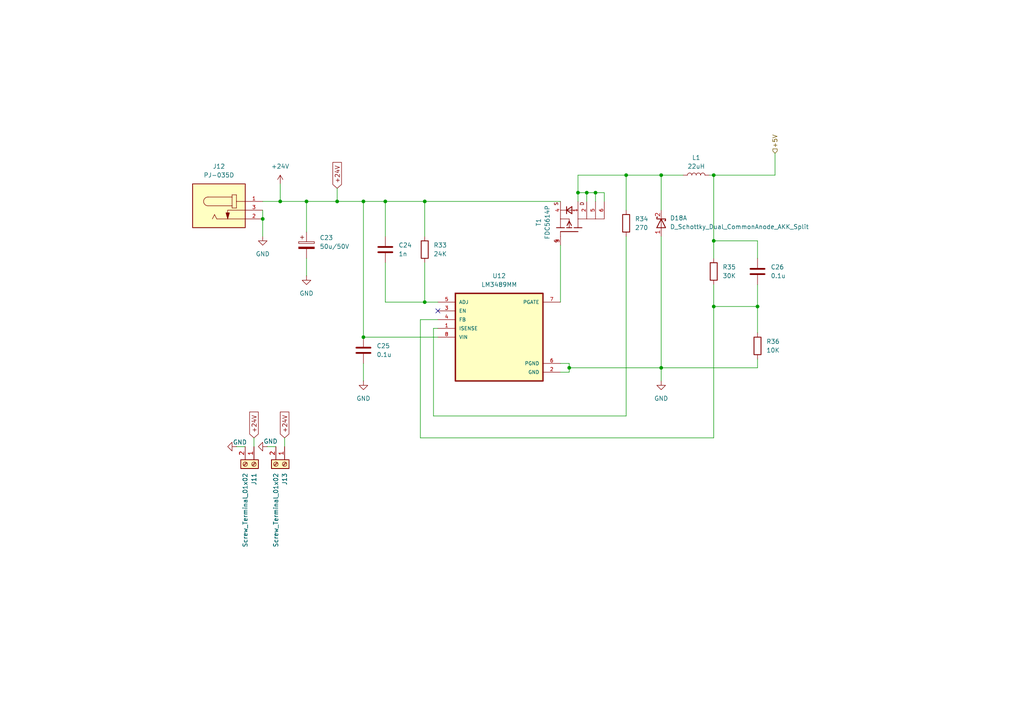
<source format=kicad_sch>
(kicad_sch
	(version 20250114)
	(generator "eeschema")
	(generator_version "9.0")
	(uuid "be4dc38c-8e53-4e84-aed9-2febc9a713e4")
	(paper "A4")
	(lib_symbols
		(symbol "Connector:Screw_Terminal_01x02"
			(pin_names
				(offset 1.016)
				(hide yes)
			)
			(exclude_from_sim no)
			(in_bom yes)
			(on_board yes)
			(property "Reference" "J"
				(at 0 2.54 0)
				(effects
					(font
						(size 1.27 1.27)
					)
				)
			)
			(property "Value" "Screw_Terminal_01x02"
				(at 0 -5.08 0)
				(effects
					(font
						(size 1.27 1.27)
					)
				)
			)
			(property "Footprint" ""
				(at 0 0 0)
				(effects
					(font
						(size 1.27 1.27)
					)
					(hide yes)
				)
			)
			(property "Datasheet" "~"
				(at 0 0 0)
				(effects
					(font
						(size 1.27 1.27)
					)
					(hide yes)
				)
			)
			(property "Description" "Generic screw terminal, single row, 01x02, script generated (kicad-library-utils/schlib/autogen/connector/)"
				(at 0 0 0)
				(effects
					(font
						(size 1.27 1.27)
					)
					(hide yes)
				)
			)
			(property "ki_keywords" "screw terminal"
				(at 0 0 0)
				(effects
					(font
						(size 1.27 1.27)
					)
					(hide yes)
				)
			)
			(property "ki_fp_filters" "TerminalBlock*:*"
				(at 0 0 0)
				(effects
					(font
						(size 1.27 1.27)
					)
					(hide yes)
				)
			)
			(symbol "Screw_Terminal_01x02_1_1"
				(rectangle
					(start -1.27 1.27)
					(end 1.27 -3.81)
					(stroke
						(width 0.254)
						(type default)
					)
					(fill
						(type background)
					)
				)
				(polyline
					(pts
						(xy -0.5334 0.3302) (xy 0.3302 -0.508)
					)
					(stroke
						(width 0.1524)
						(type default)
					)
					(fill
						(type none)
					)
				)
				(polyline
					(pts
						(xy -0.5334 -2.2098) (xy 0.3302 -3.048)
					)
					(stroke
						(width 0.1524)
						(type default)
					)
					(fill
						(type none)
					)
				)
				(polyline
					(pts
						(xy -0.3556 0.508) (xy 0.508 -0.3302)
					)
					(stroke
						(width 0.1524)
						(type default)
					)
					(fill
						(type none)
					)
				)
				(polyline
					(pts
						(xy -0.3556 -2.032) (xy 0.508 -2.8702)
					)
					(stroke
						(width 0.1524)
						(type default)
					)
					(fill
						(type none)
					)
				)
				(circle
					(center 0 0)
					(radius 0.635)
					(stroke
						(width 0.1524)
						(type default)
					)
					(fill
						(type none)
					)
				)
				(circle
					(center 0 -2.54)
					(radius 0.635)
					(stroke
						(width 0.1524)
						(type default)
					)
					(fill
						(type none)
					)
				)
				(pin passive line
					(at -5.08 0 0)
					(length 3.81)
					(name "Pin_1"
						(effects
							(font
								(size 1.27 1.27)
							)
						)
					)
					(number "1"
						(effects
							(font
								(size 1.27 1.27)
							)
						)
					)
				)
				(pin passive line
					(at -5.08 -2.54 0)
					(length 3.81)
					(name "Pin_2"
						(effects
							(font
								(size 1.27 1.27)
							)
						)
					)
					(number "2"
						(effects
							(font
								(size 1.27 1.27)
							)
						)
					)
				)
			)
			(embedded_fonts no)
		)
		(symbol "Device:C"
			(pin_numbers
				(hide yes)
			)
			(pin_names
				(offset 0.254)
			)
			(exclude_from_sim no)
			(in_bom yes)
			(on_board yes)
			(property "Reference" "C"
				(at 0.635 2.54 0)
				(effects
					(font
						(size 1.27 1.27)
					)
					(justify left)
				)
			)
			(property "Value" "C"
				(at 0.635 -2.54 0)
				(effects
					(font
						(size 1.27 1.27)
					)
					(justify left)
				)
			)
			(property "Footprint" ""
				(at 0.9652 -3.81 0)
				(effects
					(font
						(size 1.27 1.27)
					)
					(hide yes)
				)
			)
			(property "Datasheet" "~"
				(at 0 0 0)
				(effects
					(font
						(size 1.27 1.27)
					)
					(hide yes)
				)
			)
			(property "Description" "Unpolarized capacitor"
				(at 0 0 0)
				(effects
					(font
						(size 1.27 1.27)
					)
					(hide yes)
				)
			)
			(property "ki_keywords" "cap capacitor"
				(at 0 0 0)
				(effects
					(font
						(size 1.27 1.27)
					)
					(hide yes)
				)
			)
			(property "ki_fp_filters" "C_*"
				(at 0 0 0)
				(effects
					(font
						(size 1.27 1.27)
					)
					(hide yes)
				)
			)
			(symbol "C_0_1"
				(polyline
					(pts
						(xy -2.032 0.762) (xy 2.032 0.762)
					)
					(stroke
						(width 0.508)
						(type default)
					)
					(fill
						(type none)
					)
				)
				(polyline
					(pts
						(xy -2.032 -0.762) (xy 2.032 -0.762)
					)
					(stroke
						(width 0.508)
						(type default)
					)
					(fill
						(type none)
					)
				)
			)
			(symbol "C_1_1"
				(pin passive line
					(at 0 3.81 270)
					(length 2.794)
					(name "~"
						(effects
							(font
								(size 1.27 1.27)
							)
						)
					)
					(number "1"
						(effects
							(font
								(size 1.27 1.27)
							)
						)
					)
				)
				(pin passive line
					(at 0 -3.81 90)
					(length 2.794)
					(name "~"
						(effects
							(font
								(size 1.27 1.27)
							)
						)
					)
					(number "2"
						(effects
							(font
								(size 1.27 1.27)
							)
						)
					)
				)
			)
			(embedded_fonts no)
		)
		(symbol "Device:C_Polarized"
			(pin_numbers
				(hide yes)
			)
			(pin_names
				(offset 0.254)
			)
			(exclude_from_sim no)
			(in_bom yes)
			(on_board yes)
			(property "Reference" "C"
				(at 0.635 2.54 0)
				(effects
					(font
						(size 1.27 1.27)
					)
					(justify left)
				)
			)
			(property "Value" "C_Polarized"
				(at 0.635 -2.54 0)
				(effects
					(font
						(size 1.27 1.27)
					)
					(justify left)
				)
			)
			(property "Footprint" ""
				(at 0.9652 -3.81 0)
				(effects
					(font
						(size 1.27 1.27)
					)
					(hide yes)
				)
			)
			(property "Datasheet" "~"
				(at 0 0 0)
				(effects
					(font
						(size 1.27 1.27)
					)
					(hide yes)
				)
			)
			(property "Description" "Polarized capacitor"
				(at 0 0 0)
				(effects
					(font
						(size 1.27 1.27)
					)
					(hide yes)
				)
			)
			(property "ki_keywords" "cap capacitor"
				(at 0 0 0)
				(effects
					(font
						(size 1.27 1.27)
					)
					(hide yes)
				)
			)
			(property "ki_fp_filters" "CP_*"
				(at 0 0 0)
				(effects
					(font
						(size 1.27 1.27)
					)
					(hide yes)
				)
			)
			(symbol "C_Polarized_0_1"
				(rectangle
					(start -2.286 0.508)
					(end 2.286 1.016)
					(stroke
						(width 0)
						(type default)
					)
					(fill
						(type none)
					)
				)
				(polyline
					(pts
						(xy -1.778 2.286) (xy -0.762 2.286)
					)
					(stroke
						(width 0)
						(type default)
					)
					(fill
						(type none)
					)
				)
				(polyline
					(pts
						(xy -1.27 2.794) (xy -1.27 1.778)
					)
					(stroke
						(width 0)
						(type default)
					)
					(fill
						(type none)
					)
				)
				(rectangle
					(start 2.286 -0.508)
					(end -2.286 -1.016)
					(stroke
						(width 0)
						(type default)
					)
					(fill
						(type outline)
					)
				)
			)
			(symbol "C_Polarized_1_1"
				(pin passive line
					(at 0 3.81 270)
					(length 2.794)
					(name "~"
						(effects
							(font
								(size 1.27 1.27)
							)
						)
					)
					(number "1"
						(effects
							(font
								(size 1.27 1.27)
							)
						)
					)
				)
				(pin passive line
					(at 0 -3.81 90)
					(length 2.794)
					(name "~"
						(effects
							(font
								(size 1.27 1.27)
							)
						)
					)
					(number "2"
						(effects
							(font
								(size 1.27 1.27)
							)
						)
					)
				)
			)
			(embedded_fonts no)
		)
		(symbol "Device:D_Schottky_Dual_CommonAnode_AKK_Split"
			(pin_names
				(offset 0.762)
				(hide yes)
			)
			(exclude_from_sim no)
			(in_bom yes)
			(on_board yes)
			(property "Reference" "D"
				(at 0 2.54 0)
				(effects
					(font
						(size 1.27 1.27)
					)
				)
			)
			(property "Value" "D_Schottky_Dual_CommonAnode_AKK_Split"
				(at 0 -2.54 0)
				(effects
					(font
						(size 1.27 1.27)
					)
				)
			)
			(property "Footprint" ""
				(at -2.54 -2.54 0)
				(effects
					(font
						(size 1.27 1.27)
					)
					(hide yes)
				)
			)
			(property "Datasheet" "~"
				(at -2.54 -2.54 0)
				(effects
					(font
						(size 1.27 1.27)
					)
					(hide yes)
				)
			)
			(property "Description" "Dual Schottky diode, common anode on pin 1"
				(at 0 0 0)
				(effects
					(font
						(size 1.27 1.27)
					)
					(hide yes)
				)
			)
			(property "ki_locked" ""
				(at 0 0 0)
				(effects
					(font
						(size 1.27 1.27)
					)
				)
			)
			(property "ki_keywords" "diode"
				(at 0 0 0)
				(effects
					(font
						(size 1.27 1.27)
					)
					(hide yes)
				)
			)
			(symbol "D_Schottky_Dual_CommonAnode_AKK_Split_0_1"
				(polyline
					(pts
						(xy -1.27 1.27) (xy 1.27 0) (xy -1.27 -1.27) (xy -1.27 1.27) (xy -1.27 1.27) (xy -1.27 1.27)
					)
					(stroke
						(width 0.254)
						(type default)
					)
					(fill
						(type none)
					)
				)
				(polyline
					(pts
						(xy 1.27 0) (xy -1.27 0)
					)
					(stroke
						(width 0)
						(type default)
					)
					(fill
						(type none)
					)
				)
				(polyline
					(pts
						(xy 1.778 1.016) (xy 1.778 1.27) (xy 1.27 1.27) (xy 1.27 -1.27) (xy 0.762 -1.27) (xy 0.762 -1.016)
					)
					(stroke
						(width 0.254)
						(type default)
					)
					(fill
						(type none)
					)
				)
				(pin passive line
					(at -3.81 0 0)
					(length 2.54)
					(name "A"
						(effects
							(font
								(size 1.27 1.27)
							)
						)
					)
					(number "1"
						(effects
							(font
								(size 1.27 1.27)
							)
						)
					)
				)
			)
			(symbol "D_Schottky_Dual_CommonAnode_AKK_Split_1_1"
				(pin passive line
					(at 3.81 0 180)
					(length 2.54)
					(name "K"
						(effects
							(font
								(size 1.27 1.27)
							)
						)
					)
					(number "2"
						(effects
							(font
								(size 1.27 1.27)
							)
						)
					)
				)
			)
			(symbol "D_Schottky_Dual_CommonAnode_AKK_Split_2_1"
				(pin passive line
					(at 3.81 0 180)
					(length 2.54)
					(name "K"
						(effects
							(font
								(size 1.27 1.27)
							)
						)
					)
					(number "3"
						(effects
							(font
								(size 1.27 1.27)
							)
						)
					)
				)
			)
			(embedded_fonts no)
		)
		(symbol "Device:L"
			(pin_numbers
				(hide yes)
			)
			(pin_names
				(offset 1.016)
				(hide yes)
			)
			(exclude_from_sim no)
			(in_bom yes)
			(on_board yes)
			(property "Reference" "L"
				(at -1.27 0 90)
				(effects
					(font
						(size 1.27 1.27)
					)
				)
			)
			(property "Value" "L"
				(at 1.905 0 90)
				(effects
					(font
						(size 1.27 1.27)
					)
				)
			)
			(property "Footprint" ""
				(at 0 0 0)
				(effects
					(font
						(size 1.27 1.27)
					)
					(hide yes)
				)
			)
			(property "Datasheet" "~"
				(at 0 0 0)
				(effects
					(font
						(size 1.27 1.27)
					)
					(hide yes)
				)
			)
			(property "Description" "Inductor"
				(at 0 0 0)
				(effects
					(font
						(size 1.27 1.27)
					)
					(hide yes)
				)
			)
			(property "ki_keywords" "inductor choke coil reactor magnetic"
				(at 0 0 0)
				(effects
					(font
						(size 1.27 1.27)
					)
					(hide yes)
				)
			)
			(property "ki_fp_filters" "Choke_* *Coil* Inductor_* L_*"
				(at 0 0 0)
				(effects
					(font
						(size 1.27 1.27)
					)
					(hide yes)
				)
			)
			(symbol "L_0_1"
				(arc
					(start 0 2.54)
					(mid 0.6323 1.905)
					(end 0 1.27)
					(stroke
						(width 0)
						(type default)
					)
					(fill
						(type none)
					)
				)
				(arc
					(start 0 1.27)
					(mid 0.6323 0.635)
					(end 0 0)
					(stroke
						(width 0)
						(type default)
					)
					(fill
						(type none)
					)
				)
				(arc
					(start 0 0)
					(mid 0.6323 -0.635)
					(end 0 -1.27)
					(stroke
						(width 0)
						(type default)
					)
					(fill
						(type none)
					)
				)
				(arc
					(start 0 -1.27)
					(mid 0.6323 -1.905)
					(end 0 -2.54)
					(stroke
						(width 0)
						(type default)
					)
					(fill
						(type none)
					)
				)
			)
			(symbol "L_1_1"
				(pin passive line
					(at 0 3.81 270)
					(length 1.27)
					(name "1"
						(effects
							(font
								(size 1.27 1.27)
							)
						)
					)
					(number "1"
						(effects
							(font
								(size 1.27 1.27)
							)
						)
					)
				)
				(pin passive line
					(at 0 -3.81 90)
					(length 1.27)
					(name "2"
						(effects
							(font
								(size 1.27 1.27)
							)
						)
					)
					(number "2"
						(effects
							(font
								(size 1.27 1.27)
							)
						)
					)
				)
			)
			(embedded_fonts no)
		)
		(symbol "Device:R"
			(pin_numbers
				(hide yes)
			)
			(pin_names
				(offset 0)
			)
			(exclude_from_sim no)
			(in_bom yes)
			(on_board yes)
			(property "Reference" "R"
				(at 2.032 0 90)
				(effects
					(font
						(size 1.27 1.27)
					)
				)
			)
			(property "Value" "R"
				(at 0 0 90)
				(effects
					(font
						(size 1.27 1.27)
					)
				)
			)
			(property "Footprint" ""
				(at -1.778 0 90)
				(effects
					(font
						(size 1.27 1.27)
					)
					(hide yes)
				)
			)
			(property "Datasheet" "~"
				(at 0 0 0)
				(effects
					(font
						(size 1.27 1.27)
					)
					(hide yes)
				)
			)
			(property "Description" "Resistor"
				(at 0 0 0)
				(effects
					(font
						(size 1.27 1.27)
					)
					(hide yes)
				)
			)
			(property "ki_keywords" "R res resistor"
				(at 0 0 0)
				(effects
					(font
						(size 1.27 1.27)
					)
					(hide yes)
				)
			)
			(property "ki_fp_filters" "R_*"
				(at 0 0 0)
				(effects
					(font
						(size 1.27 1.27)
					)
					(hide yes)
				)
			)
			(symbol "R_0_1"
				(rectangle
					(start -1.016 -2.54)
					(end 1.016 2.54)
					(stroke
						(width 0.254)
						(type default)
					)
					(fill
						(type none)
					)
				)
			)
			(symbol "R_1_1"
				(pin passive line
					(at 0 3.81 270)
					(length 1.27)
					(name "~"
						(effects
							(font
								(size 1.27 1.27)
							)
						)
					)
					(number "1"
						(effects
							(font
								(size 1.27 1.27)
							)
						)
					)
				)
				(pin passive line
					(at 0 -3.81 90)
					(length 1.27)
					(name "~"
						(effects
							(font
								(size 1.27 1.27)
							)
						)
					)
					(number "2"
						(effects
							(font
								(size 1.27 1.27)
							)
						)
					)
				)
			)
			(embedded_fonts no)
		)
		(symbol "FDC5614P:FDC5614P"
			(pin_names
				(offset 1.016)
			)
			(exclude_from_sim no)
			(in_bom yes)
			(on_board yes)
			(property "Reference" "T"
				(at -2.54 0.508 0)
				(effects
					(font
						(size 1.27 1.27)
					)
					(justify right top)
				)
			)
			(property "Value" "FDC5614P"
				(at -2.54 -2.54 0)
				(effects
					(font
						(size 1.27 1.27)
					)
					(justify right top)
				)
			)
			(property "Footprint" "FDC5614P:SOT23-6"
				(at 0 0 0)
				(effects
					(font
						(size 1.27 1.27)
					)
					(justify bottom)
					(hide yes)
				)
			)
			(property "Datasheet" ""
				(at 0 0 0)
				(effects
					(font
						(size 1.27 1.27)
					)
					(hide yes)
				)
			)
			(property "Description" ""
				(at 0 0 0)
				(effects
					(font
						(size 1.27 1.27)
					)
					(hide yes)
				)
			)
			(property "MF" "ON Semiconductor"
				(at 0 0 0)
				(effects
					(font
						(size 1.27 1.27)
					)
					(justify bottom)
					(hide yes)
				)
			)
			(property "Description_1" "P-Channel 60 V 3A (Ta) 1.6W (Ta) Surface Mount SuperSOT™-6"
				(at 0 0 0)
				(effects
					(font
						(size 1.27 1.27)
					)
					(justify bottom)
					(hide yes)
				)
			)
			(property "Package" "SOT-6 ON Semiconductor"
				(at 0 0 0)
				(effects
					(font
						(size 1.27 1.27)
					)
					(justify bottom)
					(hide yes)
				)
			)
			(property "Price" "None"
				(at 0 0 0)
				(effects
					(font
						(size 1.27 1.27)
					)
					(justify bottom)
					(hide yes)
				)
			)
			(property "SnapEDA_Link" "https://www.snapeda.com/parts/FDC5614P/Onsemi/view-part/?ref=snap"
				(at 0 0 0)
				(effects
					(font
						(size 1.27 1.27)
					)
					(justify bottom)
					(hide yes)
				)
			)
			(property "MP" "FDC5614P"
				(at 0 0 0)
				(effects
					(font
						(size 1.27 1.27)
					)
					(justify bottom)
					(hide yes)
				)
			)
			(property "Availability" "In Stock"
				(at 0 0 0)
				(effects
					(font
						(size 1.27 1.27)
					)
					(justify bottom)
					(hide yes)
				)
			)
			(property "Check_prices" "https://www.snapeda.com/parts/FDC5614P/Onsemi/view-part/?ref=eda"
				(at 0 0 0)
				(effects
					(font
						(size 1.27 1.27)
					)
					(justify bottom)
					(hide yes)
				)
			)
			(symbol "FDC5614P_0_0"
				(polyline
					(pts
						(xy -2.54 2.54) (xy -1.2192 2.54)
					)
					(stroke
						(width 0.1524)
						(type default)
					)
					(fill
						(type none)
					)
				)
				(polyline
					(pts
						(xy -1.143 -2.54) (xy -1.143 2.54)
					)
					(stroke
						(width 0.254)
						(type default)
					)
					(fill
						(type none)
					)
				)
				(polyline
					(pts
						(xy 0 2.54) (xy 0 3.683)
					)
					(stroke
						(width 0.254)
						(type default)
					)
					(fill
						(type none)
					)
				)
				(polyline
					(pts
						(xy 0 1.397) (xy 0 2.54)
					)
					(stroke
						(width 0.254)
						(type default)
					)
					(fill
						(type none)
					)
				)
				(polyline
					(pts
						(xy 0 0) (xy 0 0.762)
					)
					(stroke
						(width 0.254)
						(type default)
					)
					(fill
						(type none)
					)
				)
				(polyline
					(pts
						(xy 0 0) (xy 1.905 0)
					)
					(stroke
						(width 0.1524)
						(type default)
					)
					(fill
						(type none)
					)
				)
				(polyline
					(pts
						(xy 0 -0.762) (xy 0 0)
					)
					(stroke
						(width 0.254)
						(type default)
					)
					(fill
						(type none)
					)
				)
				(polyline
					(pts
						(xy 0 -2.54) (xy 0 -1.397)
					)
					(stroke
						(width 0.254)
						(type default)
					)
					(fill
						(type none)
					)
				)
				(polyline
					(pts
						(xy 0 -3.683) (xy 0 -2.54)
					)
					(stroke
						(width 0.254)
						(type default)
					)
					(fill
						(type none)
					)
				)
				(polyline
					(pts
						(xy 0.635 0.635) (xy 1.905 0)
					)
					(stroke
						(width 0.254)
						(type default)
					)
					(fill
						(type none)
					)
				)
				(polyline
					(pts
						(xy 0.635 -0.635) (xy 1.905 0)
					)
					(stroke
						(width 0.254)
						(type default)
					)
					(fill
						(type none)
					)
				)
				(polyline
					(pts
						(xy 1.905 0) (xy 2.54 0)
					)
					(stroke
						(width 0.1524)
						(type default)
					)
					(fill
						(type none)
					)
				)
				(polyline
					(pts
						(xy 2.54 2.54) (xy 0 2.54)
					)
					(stroke
						(width 0.1524)
						(type default)
					)
					(fill
						(type none)
					)
				)
				(polyline
					(pts
						(xy 2.54 0) (xy 2.54 2.54)
					)
					(stroke
						(width 0.1524)
						(type default)
					)
					(fill
						(type none)
					)
				)
				(polyline
					(pts
						(xy 2.54 -2.54) (xy 0 -2.54)
					)
					(stroke
						(width 0.1524)
						(type default)
					)
					(fill
						(type none)
					)
				)
				(polyline
					(pts
						(xy 2.54 -5.08) (xy 2.54 -2.54)
					)
					(stroke
						(width 0.127)
						(type default)
					)
					(fill
						(type none)
					)
				)
				(polyline
					(pts
						(xy 2.54 -5.08) (xy 2.54 -7.62)
					)
					(stroke
						(width 0.127)
						(type default)
					)
					(fill
						(type none)
					)
				)
				(polyline
					(pts
						(xy 2.54 -7.62) (xy 2.54 -10.16)
					)
					(stroke
						(width 0.127)
						(type default)
					)
					(fill
						(type none)
					)
				)
				(polyline
					(pts
						(xy 4.064 0.762) (xy 5.08 0.762)
					)
					(stroke
						(width 0.254)
						(type default)
					)
					(fill
						(type none)
					)
				)
				(polyline
					(pts
						(xy 4.064 -0.762) (xy 6.096 -0.762)
					)
					(stroke
						(width 0.254)
						(type default)
					)
					(fill
						(type none)
					)
				)
				(polyline
					(pts
						(xy 5.08 2.54) (xy 5.08 0.762)
					)
					(stroke
						(width 0.1524)
						(type default)
					)
					(fill
						(type none)
					)
				)
				(polyline
					(pts
						(xy 5.08 0.762) (xy 4.064 -0.762)
					)
					(stroke
						(width 0.254)
						(type default)
					)
					(fill
						(type none)
					)
				)
				(polyline
					(pts
						(xy 5.08 0.762) (xy 5.08 -2.54)
					)
					(stroke
						(width 0.1524)
						(type default)
					)
					(fill
						(type none)
					)
				)
				(polyline
					(pts
						(xy 5.08 0.762) (xy 6.096 0.762)
					)
					(stroke
						(width 0.254)
						(type default)
					)
					(fill
						(type none)
					)
				)
				(polyline
					(pts
						(xy 6.096 -0.762) (xy 5.08 0.762)
					)
					(stroke
						(width 0.254)
						(type default)
					)
					(fill
						(type none)
					)
				)
				(text "G"
					(at -4.445 3.175 0)
					(effects
						(font
							(size 1.016 1.016)
						)
						(justify left bottom)
					)
				)
				(text "S"
					(at 6.35 3.175 0)
					(effects
						(font
							(size 1.016 1.016)
						)
						(justify left bottom)
					)
				)
				(text "D"
					(at 6.35 -4.318 0)
					(effects
						(font
							(size 1.016 1.016)
						)
						(justify left bottom)
					)
				)
				(pin passive line
					(at -5.08 2.54 0)
					(length 2.54)
					(name "~"
						(effects
							(font
								(size 1.016 1.016)
							)
						)
					)
					(number "3"
						(effects
							(font
								(size 1.016 1.016)
							)
						)
					)
				)
				(pin passive line
					(at 7.62 2.54 180)
					(length 5.08)
					(name "~"
						(effects
							(font
								(size 1.016 1.016)
							)
						)
					)
					(number "4"
						(effects
							(font
								(size 1.016 1.016)
							)
						)
					)
				)
				(pin passive line
					(at 7.62 -2.54 180)
					(length 5.08)
					(name "~"
						(effects
							(font
								(size 1.016 1.016)
							)
						)
					)
					(number "1"
						(effects
							(font
								(size 1.016 1.016)
							)
						)
					)
				)
				(pin passive line
					(at 7.62 -5.08 180)
					(length 5.08)
					(name "~"
						(effects
							(font
								(size 1.016 1.016)
							)
						)
					)
					(number "2"
						(effects
							(font
								(size 1.016 1.016)
							)
						)
					)
				)
				(pin passive line
					(at 7.62 -7.62 180)
					(length 5.08)
					(name "~"
						(effects
							(font
								(size 1.016 1.016)
							)
						)
					)
					(number "5"
						(effects
							(font
								(size 1.016 1.016)
							)
						)
					)
				)
				(pin passive line
					(at 7.62 -10.16 180)
					(length 5.08)
					(name "~"
						(effects
							(font
								(size 1.016 1.016)
							)
						)
					)
					(number "6"
						(effects
							(font
								(size 1.016 1.016)
							)
						)
					)
				)
			)
			(embedded_fonts no)
		)
		(symbol "LM3489MM:LM3489MM"
			(pin_names
				(offset 1.016)
			)
			(exclude_from_sim no)
			(in_bom yes)
			(on_board yes)
			(property "Reference" "U"
				(at -12.7 13.7 0)
				(effects
					(font
						(size 1.27 1.27)
					)
					(justify left bottom)
				)
			)
			(property "Value" "LM3489MM"
				(at -12.7 -16.7 0)
				(effects
					(font
						(size 1.27 1.27)
					)
					(justify left bottom)
				)
			)
			(property "Footprint" "LM3489MM:SOP65P490X110-8N"
				(at 0 0 0)
				(effects
					(font
						(size 1.27 1.27)
					)
					(justify bottom)
					(hide yes)
				)
			)
			(property "Datasheet" ""
				(at 0 0 0)
				(effects
					(font
						(size 1.27 1.27)
					)
					(hide yes)
				)
			)
			(property "Description" ""
				(at 0 0 0)
				(effects
					(font
						(size 1.27 1.27)
					)
					(hide yes)
				)
			)
			(property "MF" "Texas Instruments"
				(at 0 0 0)
				(effects
					(font
						(size 1.27 1.27)
					)
					(justify bottom)
					(hide yes)
				)
			)
			(property "Description_1" "Hysteretic PFET Buck Controller with Enable Pin"
				(at 0 0 0)
				(effects
					(font
						(size 1.27 1.27)
					)
					(justify bottom)
					(hide yes)
				)
			)
			(property "Package" "VSSOP-8 Texas Instruments"
				(at 0 0 0)
				(effects
					(font
						(size 1.27 1.27)
					)
					(justify bottom)
					(hide yes)
				)
			)
			(property "Price" "None"
				(at 0 0 0)
				(effects
					(font
						(size 1.27 1.27)
					)
					(justify bottom)
					(hide yes)
				)
			)
			(property "SnapEDA_Link" "https://www.snapeda.com/parts/LM3489MM/NOPB/Texas+Instruments/view-part/?ref=snap"
				(at 0 0 0)
				(effects
					(font
						(size 1.27 1.27)
					)
					(justify bottom)
					(hide yes)
				)
			)
			(property "MP" "LM3489MM/NOPB"
				(at 0 0 0)
				(effects
					(font
						(size 1.27 1.27)
					)
					(justify bottom)
					(hide yes)
				)
			)
			(property "Availability" "In Stock"
				(at 0 0 0)
				(effects
					(font
						(size 1.27 1.27)
					)
					(justify bottom)
					(hide yes)
				)
			)
			(property "Check_prices" "https://www.snapeda.com/parts/LM3489MM/NOPB/Texas+Instruments/view-part/?ref=eda"
				(at 0 0 0)
				(effects
					(font
						(size 1.27 1.27)
					)
					(justify bottom)
					(hide yes)
				)
			)
			(symbol "LM3489MM_0_0"
				(rectangle
					(start -12.7 -12.7)
					(end 12.7 12.7)
					(stroke
						(width 0.41)
						(type default)
					)
					(fill
						(type background)
					)
				)
				(pin input line
					(at -17.78 10.16 0)
					(length 5.08)
					(name "ADJ"
						(effects
							(font
								(size 1.016 1.016)
							)
						)
					)
					(number "5"
						(effects
							(font
								(size 1.016 1.016)
							)
						)
					)
				)
				(pin input line
					(at -17.78 7.62 0)
					(length 5.08)
					(name "EN"
						(effects
							(font
								(size 1.016 1.016)
							)
						)
					)
					(number "3"
						(effects
							(font
								(size 1.016 1.016)
							)
						)
					)
				)
				(pin input line
					(at -17.78 5.08 0)
					(length 5.08)
					(name "FB"
						(effects
							(font
								(size 1.016 1.016)
							)
						)
					)
					(number "4"
						(effects
							(font
								(size 1.016 1.016)
							)
						)
					)
				)
				(pin input line
					(at -17.78 2.54 0)
					(length 5.08)
					(name "ISENSE"
						(effects
							(font
								(size 1.016 1.016)
							)
						)
					)
					(number "1"
						(effects
							(font
								(size 1.016 1.016)
							)
						)
					)
				)
				(pin input line
					(at -17.78 0 0)
					(length 5.08)
					(name "VIN"
						(effects
							(font
								(size 1.016 1.016)
							)
						)
					)
					(number "8"
						(effects
							(font
								(size 1.016 1.016)
							)
						)
					)
				)
				(pin output line
					(at 17.78 10.16 180)
					(length 5.08)
					(name "PGATE"
						(effects
							(font
								(size 1.016 1.016)
							)
						)
					)
					(number "7"
						(effects
							(font
								(size 1.016 1.016)
							)
						)
					)
				)
				(pin power_in line
					(at 17.78 -7.62 180)
					(length 5.08)
					(name "PGND"
						(effects
							(font
								(size 1.016 1.016)
							)
						)
					)
					(number "6"
						(effects
							(font
								(size 1.016 1.016)
							)
						)
					)
				)
				(pin power_in line
					(at 17.78 -10.16 180)
					(length 5.08)
					(name "GND"
						(effects
							(font
								(size 1.016 1.016)
							)
						)
					)
					(number "2"
						(effects
							(font
								(size 1.016 1.016)
							)
						)
					)
				)
			)
			(embedded_fonts no)
		)
		(symbol "PJ-035D:PJ-035D"
			(pin_names
				(offset 1.016)
			)
			(exclude_from_sim no)
			(in_bom yes)
			(on_board yes)
			(property "Reference" "J"
				(at -7.6976 5.588 0)
				(effects
					(font
						(size 1.27 1.27)
					)
					(justify left bottom)
				)
			)
			(property "Value" "PJ-035D"
				(at -7.6898 -10.2066 0)
				(effects
					(font
						(size 1.27 1.27)
					)
					(justify left bottom)
				)
			)
			(property "Footprint" "PJ-035D:CUI_PJ-035D"
				(at 0 0 0)
				(effects
					(font
						(size 1.27 1.27)
					)
					(justify bottom)
					(hide yes)
				)
			)
			(property "Datasheet" ""
				(at 0 0 0)
				(effects
					(font
						(size 1.27 1.27)
					)
					(hide yes)
				)
			)
			(property "Description" ""
				(at 0 0 0)
				(effects
					(font
						(size 1.27 1.27)
					)
					(hide yes)
				)
			)
			(property "MF" "Same Sky"
				(at 0 0 0)
				(effects
					(font
						(size 1.27 1.27)
					)
					(justify bottom)
					(hide yes)
				)
			)
			(property "MAXIMUM_PACKAGE_HEIGHT" "11.5mm"
				(at 0 0 0)
				(effects
					(font
						(size 1.27 1.27)
					)
					(justify bottom)
					(hide yes)
				)
			)
			(property "Package" "None"
				(at 0 0 0)
				(effects
					(font
						(size 1.27 1.27)
					)
					(justify bottom)
					(hide yes)
				)
			)
			(property "Price" "None"
				(at 0 0 0)
				(effects
					(font
						(size 1.27 1.27)
					)
					(justify bottom)
					(hide yes)
				)
			)
			(property "Check_prices" "https://www.snapeda.com/parts/PJ-035D/Same+Sky/view-part/?ref=eda"
				(at 0 0 0)
				(effects
					(font
						(size 1.27 1.27)
					)
					(justify bottom)
					(hide yes)
				)
			)
			(property "STANDARD" "Manufacturer Recommendations"
				(at 0 0 0)
				(effects
					(font
						(size 1.27 1.27)
					)
					(justify bottom)
					(hide yes)
				)
			)
			(property "PARTREV" "1.05"
				(at 0 0 0)
				(effects
					(font
						(size 1.27 1.27)
					)
					(justify bottom)
					(hide yes)
				)
			)
			(property "SnapEDA_Link" "https://www.snapeda.com/parts/PJ-035D/Same+Sky/view-part/?ref=snap"
				(at 0 0 0)
				(effects
					(font
						(size 1.27 1.27)
					)
					(justify bottom)
					(hide yes)
				)
			)
			(property "MP" "PJ-035D"
				(at 0 0 0)
				(effects
					(font
						(size 1.27 1.27)
					)
					(justify bottom)
					(hide yes)
				)
			)
			(property "Description_1" "1.3 x 3.8 mm, 2.0 A, Horizontal, Through Hole, Dc Power Jack Connector"
				(at 0 0 0)
				(effects
					(font
						(size 1.27 1.27)
					)
					(justify bottom)
					(hide yes)
				)
			)
			(property "Availability" "In Stock"
				(at 0 0 0)
				(effects
					(font
						(size 1.27 1.27)
					)
					(justify bottom)
					(hide yes)
				)
			)
			(property "MANUFACTURER" "CUI Devices"
				(at 0 0 0)
				(effects
					(font
						(size 1.27 1.27)
					)
					(justify bottom)
					(hide yes)
				)
			)
			(symbol "PJ-035D_0_0"
				(rectangle
					(start -7.62 -7.62)
					(end 7.62 5.08)
					(stroke
						(width 0.254)
						(type default)
					)
					(fill
						(type background)
					)
				)
				(polyline
					(pts
						(xy -3.175 1.27) (xy 3.81 1.27)
					)
					(stroke
						(width 0.1524)
						(type default)
					)
					(fill
						(type none)
					)
				)
				(arc
					(start -3.175 -1.27)
					(mid -4.4394 0)
					(end -3.175 1.27)
					(stroke
						(width 0.1524)
						(type default)
					)
					(fill
						(type none)
					)
				)
				(polyline
					(pts
						(xy -1.27 -3.81) (xy -1.905 -5.08)
					)
					(stroke
						(width 0.1524)
						(type default)
					)
					(fill
						(type none)
					)
				)
				(polyline
					(pts
						(xy -0.635 -5.08) (xy -1.27 -3.81)
					)
					(stroke
						(width 0.1524)
						(type default)
					)
					(fill
						(type none)
					)
				)
				(polyline
					(pts
						(xy 2.54 -2.54) (xy 2.54 -5.08)
					)
					(stroke
						(width 0.1524)
						(type default)
					)
					(fill
						(type none)
					)
				)
				(polyline
					(pts
						(xy 2.54 -5.08) (xy -0.635 -5.08)
					)
					(stroke
						(width 0.1524)
						(type default)
					)
					(fill
						(type none)
					)
				)
				(polyline
					(pts
						(xy 2.54 -5.08) (xy 2.032 -3.302) (xy 3.048 -3.302) (xy 2.54 -5.08)
					)
					(stroke
						(width 0.1524)
						(type default)
					)
					(fill
						(type outline)
					)
				)
				(polyline
					(pts
						(xy 3.81 1.905) (xy 3.81 1.27)
					)
					(stroke
						(width 0.1524)
						(type default)
					)
					(fill
						(type none)
					)
				)
				(polyline
					(pts
						(xy 3.81 1.27) (xy 3.81 -1.27)
					)
					(stroke
						(width 0.1524)
						(type default)
					)
					(fill
						(type none)
					)
				)
				(polyline
					(pts
						(xy 3.81 -1.27) (xy -3.175 -1.27)
					)
					(stroke
						(width 0.1524)
						(type default)
					)
					(fill
						(type none)
					)
				)
				(polyline
					(pts
						(xy 3.81 -1.27) (xy 3.81 -1.905)
					)
					(stroke
						(width 0.1524)
						(type default)
					)
					(fill
						(type none)
					)
				)
				(polyline
					(pts
						(xy 3.81 -1.905) (xy 5.08 -1.905)
					)
					(stroke
						(width 0.1524)
						(type default)
					)
					(fill
						(type none)
					)
				)
				(polyline
					(pts
						(xy 5.08 1.905) (xy 3.81 1.905)
					)
					(stroke
						(width 0.1524)
						(type default)
					)
					(fill
						(type none)
					)
				)
				(polyline
					(pts
						(xy 5.08 0) (xy 5.08 1.905)
					)
					(stroke
						(width 0.1524)
						(type default)
					)
					(fill
						(type none)
					)
				)
				(polyline
					(pts
						(xy 5.08 -1.905) (xy 5.08 0)
					)
					(stroke
						(width 0.1524)
						(type default)
					)
					(fill
						(type none)
					)
				)
				(polyline
					(pts
						(xy 7.62 0) (xy 5.08 0)
					)
					(stroke
						(width 0.1524)
						(type default)
					)
					(fill
						(type none)
					)
				)
				(polyline
					(pts
						(xy 7.62 -2.54) (xy 2.54 -2.54)
					)
					(stroke
						(width 0.1524)
						(type default)
					)
					(fill
						(type none)
					)
				)
				(polyline
					(pts
						(xy 7.62 -5.08) (xy 2.54 -5.08)
					)
					(stroke
						(width 0.1524)
						(type default)
					)
					(fill
						(type none)
					)
				)
				(pin passive line
					(at 12.7 0 180)
					(length 5.08)
					(name "~"
						(effects
							(font
								(size 1.016 1.016)
							)
						)
					)
					(number "1"
						(effects
							(font
								(size 1.016 1.016)
							)
						)
					)
				)
				(pin passive line
					(at 12.7 -2.54 180)
					(length 5.08)
					(name "~"
						(effects
							(font
								(size 1.016 1.016)
							)
						)
					)
					(number "3"
						(effects
							(font
								(size 1.016 1.016)
							)
						)
					)
				)
				(pin passive line
					(at 12.7 -5.08 180)
					(length 5.08)
					(name "~"
						(effects
							(font
								(size 1.016 1.016)
							)
						)
					)
					(number "2"
						(effects
							(font
								(size 1.016 1.016)
							)
						)
					)
				)
			)
			(embedded_fonts no)
		)
		(symbol "power:GND"
			(power)
			(pin_numbers
				(hide yes)
			)
			(pin_names
				(offset 0)
				(hide yes)
			)
			(exclude_from_sim no)
			(in_bom yes)
			(on_board yes)
			(property "Reference" "#PWR"
				(at 0 -6.35 0)
				(effects
					(font
						(size 1.27 1.27)
					)
					(hide yes)
				)
			)
			(property "Value" "GND"
				(at 0 -3.81 0)
				(effects
					(font
						(size 1.27 1.27)
					)
				)
			)
			(property "Footprint" ""
				(at 0 0 0)
				(effects
					(font
						(size 1.27 1.27)
					)
					(hide yes)
				)
			)
			(property "Datasheet" ""
				(at 0 0 0)
				(effects
					(font
						(size 1.27 1.27)
					)
					(hide yes)
				)
			)
			(property "Description" "Power symbol creates a global label with name \"GND\" , ground"
				(at 0 0 0)
				(effects
					(font
						(size 1.27 1.27)
					)
					(hide yes)
				)
			)
			(property "ki_keywords" "global power"
				(at 0 0 0)
				(effects
					(font
						(size 1.27 1.27)
					)
					(hide yes)
				)
			)
			(symbol "GND_0_1"
				(polyline
					(pts
						(xy 0 0) (xy 0 -1.27) (xy 1.27 -1.27) (xy 0 -2.54) (xy -1.27 -1.27) (xy 0 -1.27)
					)
					(stroke
						(width 0)
						(type default)
					)
					(fill
						(type none)
					)
				)
			)
			(symbol "GND_1_1"
				(pin power_in line
					(at 0 0 270)
					(length 0)
					(name "~"
						(effects
							(font
								(size 1.27 1.27)
							)
						)
					)
					(number "1"
						(effects
							(font
								(size 1.27 1.27)
							)
						)
					)
				)
			)
			(embedded_fonts no)
		)
		(symbol "power:VCC"
			(power)
			(pin_numbers
				(hide yes)
			)
			(pin_names
				(offset 0)
				(hide yes)
			)
			(exclude_from_sim no)
			(in_bom yes)
			(on_board yes)
			(property "Reference" "#PWR"
				(at 0 -3.81 0)
				(effects
					(font
						(size 1.27 1.27)
					)
					(hide yes)
				)
			)
			(property "Value" "VCC"
				(at 0 3.556 0)
				(effects
					(font
						(size 1.27 1.27)
					)
				)
			)
			(property "Footprint" ""
				(at 0 0 0)
				(effects
					(font
						(size 1.27 1.27)
					)
					(hide yes)
				)
			)
			(property "Datasheet" ""
				(at 0 0 0)
				(effects
					(font
						(size 1.27 1.27)
					)
					(hide yes)
				)
			)
			(property "Description" "Power symbol creates a global label with name \"VCC\""
				(at 0 0 0)
				(effects
					(font
						(size 1.27 1.27)
					)
					(hide yes)
				)
			)
			(property "ki_keywords" "global power"
				(at 0 0 0)
				(effects
					(font
						(size 1.27 1.27)
					)
					(hide yes)
				)
			)
			(symbol "VCC_0_1"
				(polyline
					(pts
						(xy -0.762 1.27) (xy 0 2.54)
					)
					(stroke
						(width 0)
						(type default)
					)
					(fill
						(type none)
					)
				)
				(polyline
					(pts
						(xy 0 2.54) (xy 0.762 1.27)
					)
					(stroke
						(width 0)
						(type default)
					)
					(fill
						(type none)
					)
				)
				(polyline
					(pts
						(xy 0 0) (xy 0 2.54)
					)
					(stroke
						(width 0)
						(type default)
					)
					(fill
						(type none)
					)
				)
			)
			(symbol "VCC_1_1"
				(pin power_in line
					(at 0 0 90)
					(length 0)
					(name "~"
						(effects
							(font
								(size 1.27 1.27)
							)
						)
					)
					(number "1"
						(effects
							(font
								(size 1.27 1.27)
							)
						)
					)
				)
			)
			(embedded_fonts no)
		)
	)
	(junction
		(at 207.01 69.85)
		(diameter 0)
		(color 0 0 0 0)
		(uuid "028f22aa-2c2e-4a9d-8f89-ed738f7e1a92")
	)
	(junction
		(at 165.1 106.68)
		(diameter 0)
		(color 0 0 0 0)
		(uuid "1065c493-9993-431d-b4f4-854e4859fd1f")
	)
	(junction
		(at 76.2 63.5)
		(diameter 0)
		(color 0 0 0 0)
		(uuid "3491c4b2-74a3-4718-9021-2881959f3ec7")
	)
	(junction
		(at 167.64 55.88)
		(diameter 0)
		(color 0 0 0 0)
		(uuid "47eff842-2b22-4226-84d8-04577eab0e94")
	)
	(junction
		(at 123.19 58.42)
		(diameter 0)
		(color 0 0 0 0)
		(uuid "4abe9701-e943-424c-989b-561c42566c11")
	)
	(junction
		(at 81.28 58.42)
		(diameter 0)
		(color 0 0 0 0)
		(uuid "5243b9c6-d6dc-4d82-bb92-ddfa10a12d58")
	)
	(junction
		(at 105.41 58.42)
		(diameter 0)
		(color 0 0 0 0)
		(uuid "591b59f6-5f2e-40f1-a33b-e1238cd55fc5")
	)
	(junction
		(at 181.61 50.8)
		(diameter 0)
		(color 0 0 0 0)
		(uuid "63619dae-7d61-4570-95fe-0c23511b835c")
	)
	(junction
		(at 170.18 55.88)
		(diameter 0)
		(color 0 0 0 0)
		(uuid "6c091257-68e0-4dda-a994-abc1ce514a2c")
	)
	(junction
		(at 219.71 88.9)
		(diameter 0)
		(color 0 0 0 0)
		(uuid "79ee09e8-144a-4a34-a39f-1539c69a2658")
	)
	(junction
		(at 207.01 50.8)
		(diameter 0)
		(color 0 0 0 0)
		(uuid "8e5d55cc-d223-490c-ad11-e303af6335d1")
	)
	(junction
		(at 97.79 58.42)
		(diameter 0)
		(color 0 0 0 0)
		(uuid "c65f4ea0-d353-4e13-9cf2-1c0cf06eb8f1")
	)
	(junction
		(at 191.77 50.8)
		(diameter 0)
		(color 0 0 0 0)
		(uuid "c9aa51a9-7996-4fc1-ac97-784768be5d06")
	)
	(junction
		(at 207.01 88.9)
		(diameter 0)
		(color 0 0 0 0)
		(uuid "ca5c6f31-e940-454d-ae47-834c2162dfbb")
	)
	(junction
		(at 88.9 58.42)
		(diameter 0)
		(color 0 0 0 0)
		(uuid "d62aaf1a-a4e3-4d15-a0cf-af5fc46281ca")
	)
	(junction
		(at 111.76 58.42)
		(diameter 0)
		(color 0 0 0 0)
		(uuid "d6d04abf-a3c4-4fec-8f8a-123b01530fa9")
	)
	(junction
		(at 105.41 97.79)
		(diameter 0)
		(color 0 0 0 0)
		(uuid "da334c73-4112-4e72-ae76-c1cb28a1a7ad")
	)
	(junction
		(at 191.77 106.68)
		(diameter 0)
		(color 0 0 0 0)
		(uuid "f0c7cc25-859c-401c-b33b-43903b86d388")
	)
	(junction
		(at 172.72 55.88)
		(diameter 0)
		(color 0 0 0 0)
		(uuid "f320ec45-06ce-4fd1-bada-93dd334d7478")
	)
	(junction
		(at 123.19 87.63)
		(diameter 0)
		(color 0 0 0 0)
		(uuid "f3a6904e-7a30-4f6c-bb5f-61542d39a274")
	)
	(no_connect
		(at 127 90.17)
		(uuid "efc01a1b-c233-4a6f-aa21-4878ee50faaf")
	)
	(wire
		(pts
			(xy 181.61 120.65) (xy 181.61 68.58)
		)
		(stroke
			(width 0)
			(type default)
		)
		(uuid "0b150ede-332e-4da8-8e28-d1d75491c1d7")
	)
	(wire
		(pts
			(xy 111.76 87.63) (xy 123.19 87.63)
		)
		(stroke
			(width 0)
			(type default)
		)
		(uuid "14ba2ece-84b0-4cdd-a00c-fcf2e02be268")
	)
	(wire
		(pts
			(xy 219.71 88.9) (xy 219.71 96.52)
		)
		(stroke
			(width 0)
			(type default)
		)
		(uuid "17fbda49-dd76-48ab-8920-a2aad949c8d6")
	)
	(wire
		(pts
			(xy 207.01 69.85) (xy 207.01 74.93)
		)
		(stroke
			(width 0)
			(type default)
		)
		(uuid "181807e3-4c0a-4b23-bcff-48e0251ee98b")
	)
	(wire
		(pts
			(xy 111.76 58.42) (xy 111.76 68.58)
		)
		(stroke
			(width 0)
			(type default)
		)
		(uuid "1c00f801-be90-4fa4-8e83-ae7cb3ac1c42")
	)
	(wire
		(pts
			(xy 181.61 50.8) (xy 181.61 60.96)
		)
		(stroke
			(width 0)
			(type default)
		)
		(uuid "1c2bddc7-ff26-47f2-b851-95509dc37540")
	)
	(wire
		(pts
			(xy 167.64 50.8) (xy 167.64 55.88)
		)
		(stroke
			(width 0)
			(type default)
		)
		(uuid "278dcf55-1989-44a6-afe2-2bd2c92d1b41")
	)
	(wire
		(pts
			(xy 123.19 58.42) (xy 162.56 58.42)
		)
		(stroke
			(width 0)
			(type default)
		)
		(uuid "3059c90d-aa8d-4452-994d-a091ac701fb9")
	)
	(wire
		(pts
			(xy 125.73 120.65) (xy 181.61 120.65)
		)
		(stroke
			(width 0)
			(type default)
		)
		(uuid "32f67f11-d2f3-4c09-bb7f-fd93f4c2b773")
	)
	(wire
		(pts
			(xy 88.9 74.93) (xy 88.9 80.01)
		)
		(stroke
			(width 0)
			(type default)
		)
		(uuid "3a40b96e-1d15-43f5-b748-8ad21b3ea433")
	)
	(wire
		(pts
			(xy 170.18 58.42) (xy 170.18 55.88)
		)
		(stroke
			(width 0)
			(type default)
		)
		(uuid "3cf64fdc-1962-4974-8545-5cc25a7a6fb8")
	)
	(wire
		(pts
			(xy 111.76 58.42) (xy 123.19 58.42)
		)
		(stroke
			(width 0)
			(type default)
		)
		(uuid "40bf597e-10d6-41a1-86fb-9ee1a6508c48")
	)
	(wire
		(pts
			(xy 191.77 50.8) (xy 181.61 50.8)
		)
		(stroke
			(width 0)
			(type default)
		)
		(uuid "435b9667-5ed8-4e8e-9944-5db8838dec80")
	)
	(wire
		(pts
			(xy 207.01 50.8) (xy 207.01 69.85)
		)
		(stroke
			(width 0)
			(type default)
		)
		(uuid "45aadf6e-c3c6-43f2-a46e-d18d6317fe4d")
	)
	(wire
		(pts
			(xy 191.77 68.58) (xy 191.77 106.68)
		)
		(stroke
			(width 0)
			(type default)
		)
		(uuid "4817511e-b63f-4249-959a-62289288740c")
	)
	(wire
		(pts
			(xy 105.41 97.79) (xy 105.41 58.42)
		)
		(stroke
			(width 0)
			(type default)
		)
		(uuid "48b642f3-0dc3-4ec0-8d13-ccb13f6f7795")
	)
	(wire
		(pts
			(xy 165.1 107.95) (xy 162.56 107.95)
		)
		(stroke
			(width 0)
			(type default)
		)
		(uuid "492772ac-0fcd-4413-95af-322731d67979")
	)
	(wire
		(pts
			(xy 105.41 105.41) (xy 105.41 110.49)
		)
		(stroke
			(width 0)
			(type default)
		)
		(uuid "52dd3249-e0d3-411f-a59d-29b4fd121d82")
	)
	(wire
		(pts
			(xy 127 92.71) (xy 121.92 92.71)
		)
		(stroke
			(width 0)
			(type default)
		)
		(uuid "53a8945e-edeb-4bf4-a4e9-0e52282d182d")
	)
	(wire
		(pts
			(xy 123.19 87.63) (xy 127 87.63)
		)
		(stroke
			(width 0)
			(type default)
		)
		(uuid "56fb06e4-cb0f-4a84-8932-0df15961907d")
	)
	(wire
		(pts
			(xy 76.2 58.42) (xy 81.28 58.42)
		)
		(stroke
			(width 0)
			(type default)
		)
		(uuid "571ad249-fd59-4857-bc0b-c38ef491fd67")
	)
	(wire
		(pts
			(xy 88.9 58.42) (xy 97.79 58.42)
		)
		(stroke
			(width 0)
			(type default)
		)
		(uuid "5802b221-b294-4401-b925-c69ffb84cd80")
	)
	(wire
		(pts
			(xy 125.73 95.25) (xy 127 95.25)
		)
		(stroke
			(width 0)
			(type default)
		)
		(uuid "5c8d7174-e564-43f9-9776-511189e973f1")
	)
	(wire
		(pts
			(xy 125.73 95.25) (xy 125.73 120.65)
		)
		(stroke
			(width 0)
			(type default)
		)
		(uuid "5ef69da5-6224-45a2-a458-4317dbec3d17")
	)
	(wire
		(pts
			(xy 105.41 58.42) (xy 111.76 58.42)
		)
		(stroke
			(width 0)
			(type default)
		)
		(uuid "653e7b7c-33f4-4060-9f3b-1de40066abb2")
	)
	(wire
		(pts
			(xy 121.92 92.71) (xy 121.92 127)
		)
		(stroke
			(width 0)
			(type default)
		)
		(uuid "6564a6b9-8df9-4c69-947d-c6b8a0f213e2")
	)
	(wire
		(pts
			(xy 224.79 50.8) (xy 224.79 44.45)
		)
		(stroke
			(width 0)
			(type default)
		)
		(uuid "657b14b9-2828-4c02-a4a3-16cadb1d6a11")
	)
	(wire
		(pts
			(xy 82.55 127) (xy 82.55 129.54)
		)
		(stroke
			(width 0)
			(type default)
		)
		(uuid "6769316a-daa6-4f8a-88ac-2a59cdb78f04")
	)
	(wire
		(pts
			(xy 181.61 50.8) (xy 167.64 50.8)
		)
		(stroke
			(width 0)
			(type default)
		)
		(uuid "6e2aa2ba-68ea-454b-b5dc-332dd9b9bd50")
	)
	(wire
		(pts
			(xy 111.76 76.2) (xy 111.76 87.63)
		)
		(stroke
			(width 0)
			(type default)
		)
		(uuid "788b4f9e-b8c1-4d2b-9bed-656895cbdba5")
	)
	(wire
		(pts
			(xy 167.64 58.42) (xy 167.64 55.88)
		)
		(stroke
			(width 0)
			(type default)
		)
		(uuid "7d490faa-6773-4a50-85b0-764eed3f2360")
	)
	(wire
		(pts
			(xy 123.19 58.42) (xy 123.19 68.58)
		)
		(stroke
			(width 0)
			(type default)
		)
		(uuid "84755530-811d-4e98-b662-7eb0c073d7d2")
	)
	(wire
		(pts
			(xy 97.79 54.61) (xy 97.79 58.42)
		)
		(stroke
			(width 0)
			(type default)
		)
		(uuid "851c3094-6a31-4cc2-a335-5540d0e5a06e")
	)
	(wire
		(pts
			(xy 219.71 69.85) (xy 207.01 69.85)
		)
		(stroke
			(width 0)
			(type default)
		)
		(uuid "953c4f64-e34c-47cb-81a4-0c14d6ec5d9e")
	)
	(wire
		(pts
			(xy 76.2 60.96) (xy 76.2 63.5)
		)
		(stroke
			(width 0)
			(type default)
		)
		(uuid "9686bcef-8696-47de-a06f-8492d34e1e7d")
	)
	(wire
		(pts
			(xy 97.79 58.42) (xy 105.41 58.42)
		)
		(stroke
			(width 0)
			(type default)
		)
		(uuid "99eda0ff-947f-4b70-97a5-d7a2ecdffe07")
	)
	(wire
		(pts
			(xy 191.77 50.8) (xy 191.77 60.96)
		)
		(stroke
			(width 0)
			(type default)
		)
		(uuid "9b85dff3-5784-4726-b07d-2ca3c8c0e32e")
	)
	(wire
		(pts
			(xy 123.19 76.2) (xy 123.19 87.63)
		)
		(stroke
			(width 0)
			(type default)
		)
		(uuid "9e20fea7-f121-498b-9060-511b2c067c8f")
	)
	(wire
		(pts
			(xy 172.72 55.88) (xy 172.72 58.42)
		)
		(stroke
			(width 0)
			(type default)
		)
		(uuid "a197f04e-ea47-47b8-bc6e-b6c20a7a28ca")
	)
	(wire
		(pts
			(xy 219.71 106.68) (xy 191.77 106.68)
		)
		(stroke
			(width 0)
			(type default)
		)
		(uuid "a9d5da8c-35a1-4cbc-b959-917b4f2af1fc")
	)
	(wire
		(pts
			(xy 88.9 58.42) (xy 88.9 67.31)
		)
		(stroke
			(width 0)
			(type default)
		)
		(uuid "ab690cba-3309-4094-8bd7-3a653b95a97e")
	)
	(wire
		(pts
			(xy 198.12 50.8) (xy 191.77 50.8)
		)
		(stroke
			(width 0)
			(type default)
		)
		(uuid "af8ffd65-a322-404c-a548-b0ca01f144b9")
	)
	(wire
		(pts
			(xy 73.66 127) (xy 73.66 129.54)
		)
		(stroke
			(width 0)
			(type default)
		)
		(uuid "b1b8b002-00b9-45a1-8d73-77aab6b0e900")
	)
	(wire
		(pts
			(xy 207.01 50.8) (xy 224.79 50.8)
		)
		(stroke
			(width 0)
			(type default)
		)
		(uuid "b1f8b314-4fbf-4172-80d9-942c90e91bcb")
	)
	(wire
		(pts
			(xy 162.56 105.41) (xy 165.1 105.41)
		)
		(stroke
			(width 0)
			(type default)
		)
		(uuid "b3f51db7-8e5a-489d-8131-a330a87e7207")
	)
	(wire
		(pts
			(xy 81.28 53.34) (xy 81.28 58.42)
		)
		(stroke
			(width 0)
			(type default)
		)
		(uuid "b7084681-bedb-4299-aae1-0253338c584e")
	)
	(wire
		(pts
			(xy 219.71 104.14) (xy 219.71 106.68)
		)
		(stroke
			(width 0)
			(type default)
		)
		(uuid "ba697229-7d02-43aa-8f15-aaeb6c95fe11")
	)
	(wire
		(pts
			(xy 167.64 55.88) (xy 170.18 55.88)
		)
		(stroke
			(width 0)
			(type default)
		)
		(uuid "c1417d63-82be-476f-8a01-89887ea2b984")
	)
	(wire
		(pts
			(xy 77.47 129.54) (xy 80.01 129.54)
		)
		(stroke
			(width 0)
			(type default)
		)
		(uuid "c288c663-1236-4181-a5ef-d7dc996db583")
	)
	(wire
		(pts
			(xy 175.26 58.42) (xy 175.26 55.88)
		)
		(stroke
			(width 0)
			(type default)
		)
		(uuid "c373f27f-d874-49e6-865d-38057149a197")
	)
	(wire
		(pts
			(xy 205.74 50.8) (xy 207.01 50.8)
		)
		(stroke
			(width 0)
			(type default)
		)
		(uuid "c57861ec-ce82-4a3a-b6bf-7c7150da0522")
	)
	(wire
		(pts
			(xy 191.77 106.68) (xy 191.77 110.49)
		)
		(stroke
			(width 0)
			(type default)
		)
		(uuid "cf870aaf-6a72-4267-885b-baff34cf233e")
	)
	(wire
		(pts
			(xy 165.1 106.68) (xy 165.1 107.95)
		)
		(stroke
			(width 0)
			(type default)
		)
		(uuid "d152ceaf-47ca-4b76-a97e-a851b33c200d")
	)
	(wire
		(pts
			(xy 170.18 55.88) (xy 172.72 55.88)
		)
		(stroke
			(width 0)
			(type default)
		)
		(uuid "d15ed41c-a23a-42a9-9a3a-950c35567daf")
	)
	(wire
		(pts
			(xy 76.2 63.5) (xy 76.2 68.58)
		)
		(stroke
			(width 0)
			(type default)
		)
		(uuid "d49eace6-c82b-432f-88a9-3b44a3722ee7")
	)
	(wire
		(pts
			(xy 165.1 105.41) (xy 165.1 106.68)
		)
		(stroke
			(width 0)
			(type default)
		)
		(uuid "d733d6bf-9bab-48e3-a5de-8cbd2a7160ca")
	)
	(wire
		(pts
			(xy 68.58 129.54) (xy 71.12 129.54)
		)
		(stroke
			(width 0)
			(type default)
		)
		(uuid "dacb4727-0cb1-4096-a6f9-777c9dcf461b")
	)
	(wire
		(pts
			(xy 175.26 55.88) (xy 172.72 55.88)
		)
		(stroke
			(width 0)
			(type default)
		)
		(uuid "ddb777b4-021f-4add-8095-18ef5b99e5eb")
	)
	(wire
		(pts
			(xy 219.71 82.55) (xy 219.71 88.9)
		)
		(stroke
			(width 0)
			(type default)
		)
		(uuid "e47c2cee-a777-4869-879d-a1c77e93c278")
	)
	(wire
		(pts
			(xy 191.77 106.68) (xy 165.1 106.68)
		)
		(stroke
			(width 0)
			(type default)
		)
		(uuid "e563bacf-5b87-47a2-ba9b-3d8ce8b49d70")
	)
	(wire
		(pts
			(xy 81.28 58.42) (xy 88.9 58.42)
		)
		(stroke
			(width 0)
			(type default)
		)
		(uuid "ef247732-921c-415b-a669-5492cc9cd6df")
	)
	(wire
		(pts
			(xy 121.92 127) (xy 207.01 127)
		)
		(stroke
			(width 0)
			(type default)
		)
		(uuid "f0479b13-c636-4b65-862e-694e1924a8a1")
	)
	(wire
		(pts
			(xy 127 97.79) (xy 105.41 97.79)
		)
		(stroke
			(width 0)
			(type default)
		)
		(uuid "f1b44bd7-d403-4704-97c1-55469b66b404")
	)
	(wire
		(pts
			(xy 207.01 88.9) (xy 219.71 88.9)
		)
		(stroke
			(width 0)
			(type default)
		)
		(uuid "f22ca247-a176-4634-a193-8b1d15b7baa7")
	)
	(wire
		(pts
			(xy 207.01 88.9) (xy 207.01 82.55)
		)
		(stroke
			(width 0)
			(type default)
		)
		(uuid "f60850cb-3896-47d3-8eb1-3cfeb27cd0fd")
	)
	(wire
		(pts
			(xy 219.71 74.93) (xy 219.71 69.85)
		)
		(stroke
			(width 0)
			(type default)
		)
		(uuid "fc4fe78d-46a7-4520-b550-0460c4334a71")
	)
	(wire
		(pts
			(xy 162.56 71.12) (xy 162.56 87.63)
		)
		(stroke
			(width 0)
			(type default)
		)
		(uuid "fc885488-7b6a-4a6f-8ec5-9b972569c499")
	)
	(wire
		(pts
			(xy 207.01 127) (xy 207.01 88.9)
		)
		(stroke
			(width 0)
			(type default)
		)
		(uuid "fe74ce62-91e0-4ffd-b0a2-74dc8c4b2a35")
	)
	(global_label "+24V"
		(shape input)
		(at 97.79 54.61 90)
		(fields_autoplaced yes)
		(effects
			(font
				(size 1.27 1.27)
			)
			(justify left)
		)
		(uuid "792bbcba-11e0-4ca1-bd56-14807ae3dc49")
		(property "Intersheetrefs" "${INTERSHEET_REFS}"
			(at 97.79 46.5448 90)
			(effects
				(font
					(size 1.27 1.27)
				)
				(justify left)
				(hide yes)
			)
		)
	)
	(global_label "+24V"
		(shape input)
		(at 82.55 127 90)
		(fields_autoplaced yes)
		(effects
			(font
				(size 1.27 1.27)
			)
			(justify left)
		)
		(uuid "8d38ae66-5f7d-4e9b-a8a1-9cb835dbae08")
		(property "Intersheetrefs" "${INTERSHEET_REFS}"
			(at 82.55 118.9348 90)
			(effects
				(font
					(size 1.27 1.27)
				)
				(justify left)
				(hide yes)
			)
		)
	)
	(global_label "+24V"
		(shape input)
		(at 73.66 127 90)
		(fields_autoplaced yes)
		(effects
			(font
				(size 1.27 1.27)
			)
			(justify left)
		)
		(uuid "dc4de398-37b0-4bab-82ed-cc43216372ff")
		(property "Intersheetrefs" "${INTERSHEET_REFS}"
			(at 73.66 118.9348 90)
			(effects
				(font
					(size 1.27 1.27)
				)
				(justify left)
				(hide yes)
			)
		)
	)
	(hierarchical_label "+5V"
		(shape input)
		(at 224.79 44.45 90)
		(effects
			(font
				(size 1.27 1.27)
			)
			(justify left)
		)
		(uuid "d97d3d0c-294b-453e-88c6-0888e2223a16")
	)
	(symbol
		(lib_id "Device:C")
		(at 105.41 101.6 0)
		(unit 1)
		(exclude_from_sim no)
		(in_bom yes)
		(on_board yes)
		(dnp no)
		(fields_autoplaced yes)
		(uuid "13a18705-d2ba-4e97-af2f-a57dc38b9a6b")
		(property "Reference" "C25"
			(at 109.22 100.3299 0)
			(effects
				(font
					(size 1.27 1.27)
				)
				(justify left)
			)
		)
		(property "Value" "0.1u"
			(at 109.22 102.8699 0)
			(effects
				(font
					(size 1.27 1.27)
				)
				(justify left)
			)
		)
		(property "Footprint" "Capacitor_SMD:C_0603_1608Metric"
			(at 106.3752 105.41 0)
			(effects
				(font
					(size 1.27 1.27)
				)
				(hide yes)
			)
		)
		(property "Datasheet" "~"
			(at 105.41 101.6 0)
			(effects
				(font
					(size 1.27 1.27)
				)
				(hide yes)
			)
		)
		(property "Description" "Unpolarized capacitor"
			(at 105.41 101.6 0)
			(effects
				(font
					(size 1.27 1.27)
				)
				(hide yes)
			)
		)
		(pin "1"
			(uuid "562cf712-9320-41d2-a208-b6efdfc106ea")
		)
		(pin "2"
			(uuid "16c64ac7-7de3-48fe-9319-b21462a49bfc")
		)
		(instances
			(project ""
				(path "/f3ce7684-4340-4619-8b11-75600749cb91/865550cc-d642-49a3-9097-127782f807f3"
					(reference "C25")
					(unit 1)
				)
			)
		)
	)
	(symbol
		(lib_id "Device:R")
		(at 219.71 100.33 0)
		(unit 1)
		(exclude_from_sim no)
		(in_bom yes)
		(on_board yes)
		(dnp no)
		(fields_autoplaced yes)
		(uuid "23bdd5bb-4dec-4473-8303-479ba3df054a")
		(property "Reference" "R36"
			(at 222.25 99.0599 0)
			(effects
				(font
					(size 1.27 1.27)
				)
				(justify left)
			)
		)
		(property "Value" "10K"
			(at 222.25 101.5999 0)
			(effects
				(font
					(size 1.27 1.27)
				)
				(justify left)
			)
		)
		(property "Footprint" "Resistor_SMD:R_0603_1608Metric"
			(at 217.932 100.33 90)
			(effects
				(font
					(size 1.27 1.27)
				)
				(hide yes)
			)
		)
		(property "Datasheet" "~"
			(at 219.71 100.33 0)
			(effects
				(font
					(size 1.27 1.27)
				)
				(hide yes)
			)
		)
		(property "Description" "Resistor"
			(at 219.71 100.33 0)
			(effects
				(font
					(size 1.27 1.27)
				)
				(hide yes)
			)
		)
		(pin "2"
			(uuid "25b65036-38e6-4b2a-add2-78da50a9cc7b")
		)
		(pin "1"
			(uuid "a8f5cc2f-4aca-41ff-9575-63795d534d51")
		)
		(instances
			(project "STM_PLC_Dev"
				(path "/f3ce7684-4340-4619-8b11-75600749cb91/865550cc-d642-49a3-9097-127782f807f3"
					(reference "R36")
					(unit 1)
				)
			)
		)
	)
	(symbol
		(lib_id "power:VCC")
		(at 81.28 53.34 0)
		(unit 1)
		(exclude_from_sim no)
		(in_bom yes)
		(on_board yes)
		(dnp no)
		(fields_autoplaced yes)
		(uuid "324aa364-fdd5-4328-a6b0-2e8dc7338325")
		(property "Reference" "#PWR030"
			(at 81.28 57.15 0)
			(effects
				(font
					(size 1.27 1.27)
				)
				(hide yes)
			)
		)
		(property "Value" "+24V"
			(at 81.28 48.26 0)
			(effects
				(font
					(size 1.27 1.27)
				)
			)
		)
		(property "Footprint" ""
			(at 81.28 53.34 0)
			(effects
				(font
					(size 1.27 1.27)
				)
				(hide yes)
			)
		)
		(property "Datasheet" ""
			(at 81.28 53.34 0)
			(effects
				(font
					(size 1.27 1.27)
				)
				(hide yes)
			)
		)
		(property "Description" "Power symbol creates a global label with name \"VCC\""
			(at 81.28 53.34 0)
			(effects
				(font
					(size 1.27 1.27)
				)
				(hide yes)
			)
		)
		(pin "1"
			(uuid "bafe452c-d565-42ab-b2c0-28e1e1b20590")
		)
		(instances
			(project ""
				(path "/f3ce7684-4340-4619-8b11-75600749cb91/865550cc-d642-49a3-9097-127782f807f3"
					(reference "#PWR030")
					(unit 1)
				)
			)
		)
	)
	(symbol
		(lib_id "Device:R")
		(at 123.19 72.39 0)
		(unit 1)
		(exclude_from_sim no)
		(in_bom yes)
		(on_board yes)
		(dnp no)
		(fields_autoplaced yes)
		(uuid "32d36ad4-2830-4af2-8b8d-c73aa436b47d")
		(property "Reference" "R33"
			(at 125.73 71.1199 0)
			(effects
				(font
					(size 1.27 1.27)
				)
				(justify left)
			)
		)
		(property "Value" "24K"
			(at 125.73 73.6599 0)
			(effects
				(font
					(size 1.27 1.27)
				)
				(justify left)
			)
		)
		(property "Footprint" "Resistor_SMD:R_0603_1608Metric"
			(at 121.412 72.39 90)
			(effects
				(font
					(size 1.27 1.27)
				)
				(hide yes)
			)
		)
		(property "Datasheet" "~"
			(at 123.19 72.39 0)
			(effects
				(font
					(size 1.27 1.27)
				)
				(hide yes)
			)
		)
		(property "Description" "Resistor"
			(at 123.19 72.39 0)
			(effects
				(font
					(size 1.27 1.27)
				)
				(hide yes)
			)
		)
		(pin "2"
			(uuid "0e2f50cf-a3ac-4e94-b416-dcdb6a6a43ca")
		)
		(pin "1"
			(uuid "8c5d90f7-ea0b-41cf-8e3a-e6b5e3eac864")
		)
		(instances
			(project ""
				(path "/f3ce7684-4340-4619-8b11-75600749cb91/865550cc-d642-49a3-9097-127782f807f3"
					(reference "R33")
					(unit 1)
				)
			)
		)
	)
	(symbol
		(lib_id "Device:C")
		(at 219.71 78.74 0)
		(unit 1)
		(exclude_from_sim no)
		(in_bom yes)
		(on_board yes)
		(dnp no)
		(fields_autoplaced yes)
		(uuid "3525f7ba-5cf7-4c79-b92f-9c376483d92a")
		(property "Reference" "C26"
			(at 223.52 77.4699 0)
			(effects
				(font
					(size 1.27 1.27)
				)
				(justify left)
			)
		)
		(property "Value" "0.1u"
			(at 223.52 80.0099 0)
			(effects
				(font
					(size 1.27 1.27)
				)
				(justify left)
			)
		)
		(property "Footprint" "Capacitor_SMD:C_0603_1608Metric"
			(at 220.6752 82.55 0)
			(effects
				(font
					(size 1.27 1.27)
				)
				(hide yes)
			)
		)
		(property "Datasheet" "~"
			(at 219.71 78.74 0)
			(effects
				(font
					(size 1.27 1.27)
				)
				(hide yes)
			)
		)
		(property "Description" "Unpolarized capacitor"
			(at 219.71 78.74 0)
			(effects
				(font
					(size 1.27 1.27)
				)
				(hide yes)
			)
		)
		(pin "1"
			(uuid "41462f6a-845a-4615-831c-e9cc3a68136a")
		)
		(pin "2"
			(uuid "a3f9ac15-cf6f-4d3b-b1e7-c997f0bcb912")
		)
		(instances
			(project ""
				(path "/f3ce7684-4340-4619-8b11-75600749cb91/865550cc-d642-49a3-9097-127782f807f3"
					(reference "C26")
					(unit 1)
				)
			)
		)
	)
	(symbol
		(lib_id "power:GND")
		(at 105.41 110.49 0)
		(unit 1)
		(exclude_from_sim no)
		(in_bom yes)
		(on_board yes)
		(dnp no)
		(fields_autoplaced yes)
		(uuid "35ddaa9f-2ff8-4b44-965d-8639bc2b3475")
		(property "Reference" "#PWR036"
			(at 105.41 116.84 0)
			(effects
				(font
					(size 1.27 1.27)
				)
				(hide yes)
			)
		)
		(property "Value" "GND"
			(at 105.41 115.57 0)
			(effects
				(font
					(size 1.27 1.27)
				)
			)
		)
		(property "Footprint" ""
			(at 105.41 110.49 0)
			(effects
				(font
					(size 1.27 1.27)
				)
				(hide yes)
			)
		)
		(property "Datasheet" ""
			(at 105.41 110.49 0)
			(effects
				(font
					(size 1.27 1.27)
				)
				(hide yes)
			)
		)
		(property "Description" "Power symbol creates a global label with name \"GND\" , ground"
			(at 105.41 110.49 0)
			(effects
				(font
					(size 1.27 1.27)
				)
				(hide yes)
			)
		)
		(pin "1"
			(uuid "1a7c15c5-c8b0-4c21-ac87-fbbb7b97014f")
		)
		(instances
			(project "STM_PLC_Dev"
				(path "/f3ce7684-4340-4619-8b11-75600749cb91/865550cc-d642-49a3-9097-127782f807f3"
					(reference "#PWR036")
					(unit 1)
				)
			)
		)
	)
	(symbol
		(lib_id "Connector:Screw_Terminal_01x02")
		(at 73.66 134.62 270)
		(unit 1)
		(exclude_from_sim no)
		(in_bom yes)
		(on_board yes)
		(dnp no)
		(fields_autoplaced yes)
		(uuid "3ef77a21-b830-4fbe-ae3d-6ea3da6efb0f")
		(property "Reference" "J11"
			(at 73.6601 137.16 0)
			(effects
				(font
					(size 1.27 1.27)
				)
				(justify left)
			)
		)
		(property "Value" "Screw_Terminal_01x02"
			(at 71.1201 137.16 0)
			(effects
				(font
					(size 1.27 1.27)
				)
				(justify left)
			)
		)
		(property "Footprint" "TB004-508-02BE:CUI_TB004-508-02BE"
			(at 73.66 134.62 0)
			(effects
				(font
					(size 1.27 1.27)
				)
				(hide yes)
			)
		)
		(property "Datasheet" "~"
			(at 73.66 134.62 0)
			(effects
				(font
					(size 1.27 1.27)
				)
				(hide yes)
			)
		)
		(property "Description" "Generic screw terminal, single row, 01x02, script generated (kicad-library-utils/schlib/autogen/connector/)"
			(at 73.66 134.62 0)
			(effects
				(font
					(size 1.27 1.27)
				)
				(hide yes)
			)
		)
		(pin "1"
			(uuid "195e5587-278b-400f-89e0-66db51017798")
		)
		(pin "2"
			(uuid "50781353-fe25-419e-ac4b-4d2da23ee34f")
		)
		(instances
			(project ""
				(path "/f3ce7684-4340-4619-8b11-75600749cb91/865550cc-d642-49a3-9097-127782f807f3"
					(reference "J11")
					(unit 1)
				)
			)
		)
	)
	(symbol
		(lib_id "power:GND")
		(at 76.2 68.58 0)
		(unit 1)
		(exclude_from_sim no)
		(in_bom yes)
		(on_board yes)
		(dnp no)
		(fields_autoplaced yes)
		(uuid "4b5f0abb-927d-4ee9-b781-39c9e039fb50")
		(property "Reference" "#PWR040"
			(at 76.2 74.93 0)
			(effects
				(font
					(size 1.27 1.27)
				)
				(hide yes)
			)
		)
		(property "Value" "GND"
			(at 76.2 73.66 0)
			(effects
				(font
					(size 1.27 1.27)
				)
			)
		)
		(property "Footprint" ""
			(at 76.2 68.58 0)
			(effects
				(font
					(size 1.27 1.27)
				)
				(hide yes)
			)
		)
		(property "Datasheet" ""
			(at 76.2 68.58 0)
			(effects
				(font
					(size 1.27 1.27)
				)
				(hide yes)
			)
		)
		(property "Description" "Power symbol creates a global label with name \"GND\" , ground"
			(at 76.2 68.58 0)
			(effects
				(font
					(size 1.27 1.27)
				)
				(hide yes)
			)
		)
		(pin "1"
			(uuid "60dced75-478d-40a4-b634-e2f95a445f83")
		)
		(instances
			(project "STM_PLC_Dev"
				(path "/f3ce7684-4340-4619-8b11-75600749cb91/865550cc-d642-49a3-9097-127782f807f3"
					(reference "#PWR040")
					(unit 1)
				)
			)
		)
	)
	(symbol
		(lib_id "Device:D_Schottky_Dual_CommonAnode_AKK_Split")
		(at 191.77 64.77 90)
		(unit 1)
		(exclude_from_sim no)
		(in_bom yes)
		(on_board yes)
		(dnp no)
		(fields_autoplaced yes)
		(uuid "8902dc80-e3f5-485a-b14a-2baacfd03ca6")
		(property "Reference" "D18"
			(at 194.31 63.2459 90)
			(effects
				(font
					(size 1.27 1.27)
				)
				(justify right)
			)
		)
		(property "Value" "D_Schottky_Dual_CommonAnode_AKK_Split"
			(at 194.31 65.7859 90)
			(effects
				(font
					(size 1.27 1.27)
				)
				(justify right)
			)
		)
		(property "Footprint" "Diode_SMD:D_0603_1608Metric"
			(at 194.31 67.31 0)
			(effects
				(font
					(size 1.27 1.27)
				)
				(hide yes)
			)
		)
		(property "Datasheet" "~"
			(at 194.31 67.31 0)
			(effects
				(font
					(size 1.27 1.27)
				)
				(hide yes)
			)
		)
		(property "Description" "Dual Schottky diode, common anode on pin 1"
			(at 191.77 64.77 0)
			(effects
				(font
					(size 1.27 1.27)
				)
				(hide yes)
			)
		)
		(pin "1"
			(uuid "08f2e481-5c69-4ad1-a48b-c3bc22dbefba")
		)
		(pin "2"
			(uuid "1eab51d4-7395-4527-a999-d6e46d36528c")
		)
		(pin "3"
			(uuid "f816243a-7b4c-478f-b420-4feb2f10fb71")
		)
		(instances
			(project ""
				(path "/f3ce7684-4340-4619-8b11-75600749cb91/865550cc-d642-49a3-9097-127782f807f3"
					(reference "D18")
					(unit 1)
				)
			)
		)
	)
	(symbol
		(lib_id "PJ-035D:PJ-035D")
		(at 63.5 58.42 0)
		(unit 1)
		(exclude_from_sim no)
		(in_bom yes)
		(on_board yes)
		(dnp no)
		(fields_autoplaced yes)
		(uuid "90ee83d8-3f55-4e36-a86a-3688444b7b20")
		(property "Reference" "J12"
			(at 63.5 48.26 0)
			(effects
				(font
					(size 1.27 1.27)
				)
			)
		)
		(property "Value" "PJ-035D"
			(at 63.5 50.8 0)
			(effects
				(font
					(size 1.27 1.27)
				)
			)
		)
		(property "Footprint" "PJ-035D:CUI_PJ-035D"
			(at 63.5 58.42 0)
			(effects
				(font
					(size 1.27 1.27)
				)
				(justify bottom)
				(hide yes)
			)
		)
		(property "Datasheet" ""
			(at 63.5 58.42 0)
			(effects
				(font
					(size 1.27 1.27)
				)
				(hide yes)
			)
		)
		(property "Description" ""
			(at 63.5 58.42 0)
			(effects
				(font
					(size 1.27 1.27)
				)
				(hide yes)
			)
		)
		(property "MF" "Same Sky"
			(at 63.5 58.42 0)
			(effects
				(font
					(size 1.27 1.27)
				)
				(justify bottom)
				(hide yes)
			)
		)
		(property "MAXIMUM_PACKAGE_HEIGHT" "11.5mm"
			(at 63.5 58.42 0)
			(effects
				(font
					(size 1.27 1.27)
				)
				(justify bottom)
				(hide yes)
			)
		)
		(property "Package" "None"
			(at 63.5 58.42 0)
			(effects
				(font
					(size 1.27 1.27)
				)
				(justify bottom)
				(hide yes)
			)
		)
		(property "Price" "None"
			(at 63.5 58.42 0)
			(effects
				(font
					(size 1.27 1.27)
				)
				(justify bottom)
				(hide yes)
			)
		)
		(property "Check_prices" "https://www.snapeda.com/parts/PJ-035D/Same+Sky/view-part/?ref=eda"
			(at 63.5 58.42 0)
			(effects
				(font
					(size 1.27 1.27)
				)
				(justify bottom)
				(hide yes)
			)
		)
		(property "STANDARD" "Manufacturer Recommendations"
			(at 63.5 58.42 0)
			(effects
				(font
					(size 1.27 1.27)
				)
				(justify bottom)
				(hide yes)
			)
		)
		(property "PARTREV" "1.05"
			(at 63.5 58.42 0)
			(effects
				(font
					(size 1.27 1.27)
				)
				(justify bottom)
				(hide yes)
			)
		)
		(property "SnapEDA_Link" "https://www.snapeda.com/parts/PJ-035D/Same+Sky/view-part/?ref=snap"
			(at 63.5 58.42 0)
			(effects
				(font
					(size 1.27 1.27)
				)
				(justify bottom)
				(hide yes)
			)
		)
		(property "MP" "PJ-035D"
			(at 63.5 58.42 0)
			(effects
				(font
					(size 1.27 1.27)
				)
				(justify bottom)
				(hide yes)
			)
		)
		(property "Description_1" "1.3 x 3.8 mm, 2.0 A, Horizontal, Through Hole, Dc Power Jack Connector"
			(at 63.5 58.42 0)
			(effects
				(font
					(size 1.27 1.27)
				)
				(justify bottom)
				(hide yes)
			)
		)
		(property "Availability" "In Stock"
			(at 63.5 58.42 0)
			(effects
				(font
					(size 1.27 1.27)
				)
				(justify bottom)
				(hide yes)
			)
		)
		(property "MANUFACTURER" "CUI Devices"
			(at 63.5 58.42 0)
			(effects
				(font
					(size 1.27 1.27)
				)
				(justify bottom)
				(hide yes)
			)
		)
		(pin "2"
			(uuid "4e7d45ba-3c8e-4e5e-9bf6-6497e09ad630")
		)
		(pin "1"
			(uuid "09309625-b537-4f38-a46b-ecff0ad43eba")
		)
		(pin "3"
			(uuid "55e586e5-d81e-4100-9f97-a33650d7b3ce")
		)
		(instances
			(project ""
				(path "/f3ce7684-4340-4619-8b11-75600749cb91/865550cc-d642-49a3-9097-127782f807f3"
					(reference "J12")
					(unit 1)
				)
			)
		)
	)
	(symbol
		(lib_id "Device:C")
		(at 111.76 72.39 0)
		(unit 1)
		(exclude_from_sim no)
		(in_bom yes)
		(on_board yes)
		(dnp no)
		(fields_autoplaced yes)
		(uuid "93ec5901-3145-4412-bcd7-a2afa1898f72")
		(property "Reference" "C24"
			(at 115.57 71.1199 0)
			(effects
				(font
					(size 1.27 1.27)
				)
				(justify left)
			)
		)
		(property "Value" "1n"
			(at 115.57 73.6599 0)
			(effects
				(font
					(size 1.27 1.27)
				)
				(justify left)
			)
		)
		(property "Footprint" "Capacitor_SMD:C_0402_1005Metric"
			(at 112.7252 76.2 0)
			(effects
				(font
					(size 1.27 1.27)
				)
				(hide yes)
			)
		)
		(property "Datasheet" "~"
			(at 111.76 72.39 0)
			(effects
				(font
					(size 1.27 1.27)
				)
				(hide yes)
			)
		)
		(property "Description" "Unpolarized capacitor"
			(at 111.76 72.39 0)
			(effects
				(font
					(size 1.27 1.27)
				)
				(hide yes)
			)
		)
		(pin "1"
			(uuid "96590690-15d0-4453-b190-df44564cfe90")
		)
		(pin "2"
			(uuid "9f5824a3-d4d3-45dc-aedd-42da1a969ec4")
		)
		(instances
			(project ""
				(path "/f3ce7684-4340-4619-8b11-75600749cb91/865550cc-d642-49a3-9097-127782f807f3"
					(reference "C24")
					(unit 1)
				)
			)
		)
	)
	(symbol
		(lib_id "Device:L")
		(at 201.93 50.8 90)
		(unit 1)
		(exclude_from_sim no)
		(in_bom yes)
		(on_board yes)
		(dnp no)
		(fields_autoplaced yes)
		(uuid "a87653eb-c996-469b-9ee8-b58b5ffe6ddf")
		(property "Reference" "L1"
			(at 201.93 45.72 90)
			(effects
				(font
					(size 1.27 1.27)
				)
			)
		)
		(property "Value" "22uH"
			(at 201.93 48.26 90)
			(effects
				(font
					(size 1.27 1.27)
				)
			)
		)
		(property "Footprint" "Inductor_SMD:L_0603_1608Metric"
			(at 201.93 50.8 0)
			(effects
				(font
					(size 1.27 1.27)
				)
				(hide yes)
			)
		)
		(property "Datasheet" "~"
			(at 201.93 50.8 0)
			(effects
				(font
					(size 1.27 1.27)
				)
				(hide yes)
			)
		)
		(property "Description" "Inductor"
			(at 201.93 50.8 0)
			(effects
				(font
					(size 1.27 1.27)
				)
				(hide yes)
			)
		)
		(pin "1"
			(uuid "f4705dd2-0dc1-469f-8ccb-a7b6b5ca88cf")
		)
		(pin "2"
			(uuid "6e898d8c-68a5-4be3-91ba-9a3de82dbb6e")
		)
		(instances
			(project ""
				(path "/f3ce7684-4340-4619-8b11-75600749cb91/865550cc-d642-49a3-9097-127782f807f3"
					(reference "L1")
					(unit 1)
				)
			)
		)
	)
	(symbol
		(lib_id "Device:R")
		(at 181.61 64.77 0)
		(unit 1)
		(exclude_from_sim no)
		(in_bom yes)
		(on_board yes)
		(dnp no)
		(fields_autoplaced yes)
		(uuid "a96894d4-2bdf-468d-96ab-e36d7d595c90")
		(property "Reference" "R34"
			(at 184.15 63.4999 0)
			(effects
				(font
					(size 1.27 1.27)
				)
				(justify left)
			)
		)
		(property "Value" "270"
			(at 184.15 66.0399 0)
			(effects
				(font
					(size 1.27 1.27)
				)
				(justify left)
			)
		)
		(property "Footprint" "Resistor_SMD:R_0603_1608Metric"
			(at 179.832 64.77 90)
			(effects
				(font
					(size 1.27 1.27)
				)
				(hide yes)
			)
		)
		(property "Datasheet" "~"
			(at 181.61 64.77 0)
			(effects
				(font
					(size 1.27 1.27)
				)
				(hide yes)
			)
		)
		(property "Description" "Resistor"
			(at 181.61 64.77 0)
			(effects
				(font
					(size 1.27 1.27)
				)
				(hide yes)
			)
		)
		(pin "2"
			(uuid "95ae6749-0060-4677-8220-a60f5cfdf74f")
		)
		(pin "1"
			(uuid "4823e37b-0493-4e87-973f-572f41f2bc3a")
		)
		(instances
			(project "STM_PLC_Dev"
				(path "/f3ce7684-4340-4619-8b11-75600749cb91/865550cc-d642-49a3-9097-127782f807f3"
					(reference "R34")
					(unit 1)
				)
			)
		)
	)
	(symbol
		(lib_id "power:GND")
		(at 77.47 129.54 270)
		(unit 1)
		(exclude_from_sim no)
		(in_bom yes)
		(on_board yes)
		(dnp no)
		(uuid "b040fa44-c486-40e9-aab0-a35b73cfd55c")
		(property "Reference" "#PWR042"
			(at 71.12 129.54 0)
			(effects
				(font
					(size 1.27 1.27)
				)
				(hide yes)
			)
		)
		(property "Value" "GND"
			(at 80.518 128.016 90)
			(effects
				(font
					(size 1.27 1.27)
				)
				(justify right)
			)
		)
		(property "Footprint" ""
			(at 77.47 129.54 0)
			(effects
				(font
					(size 1.27 1.27)
				)
				(hide yes)
			)
		)
		(property "Datasheet" ""
			(at 77.47 129.54 0)
			(effects
				(font
					(size 1.27 1.27)
				)
				(hide yes)
			)
		)
		(property "Description" "Power symbol creates a global label with name \"GND\" , ground"
			(at 77.47 129.54 0)
			(effects
				(font
					(size 1.27 1.27)
				)
				(hide yes)
			)
		)
		(pin "1"
			(uuid "364f27fd-f733-4334-85f4-8b802a2367fc")
		)
		(instances
			(project "STM_PLC_Dev"
				(path "/f3ce7684-4340-4619-8b11-75600749cb91/865550cc-d642-49a3-9097-127782f807f3"
					(reference "#PWR042")
					(unit 1)
				)
			)
		)
	)
	(symbol
		(lib_id "Device:R")
		(at 207.01 78.74 0)
		(unit 1)
		(exclude_from_sim no)
		(in_bom yes)
		(on_board yes)
		(dnp no)
		(fields_autoplaced yes)
		(uuid "b7a6274e-cf8e-4524-a3f1-a2b7c60b87e9")
		(property "Reference" "R35"
			(at 209.55 77.4699 0)
			(effects
				(font
					(size 1.27 1.27)
				)
				(justify left)
			)
		)
		(property "Value" "30K"
			(at 209.55 80.0099 0)
			(effects
				(font
					(size 1.27 1.27)
				)
				(justify left)
			)
		)
		(property "Footprint" "Resistor_SMD:R_0603_1608Metric"
			(at 205.232 78.74 90)
			(effects
				(font
					(size 1.27 1.27)
				)
				(hide yes)
			)
		)
		(property "Datasheet" "~"
			(at 207.01 78.74 0)
			(effects
				(font
					(size 1.27 1.27)
				)
				(hide yes)
			)
		)
		(property "Description" "Resistor"
			(at 207.01 78.74 0)
			(effects
				(font
					(size 1.27 1.27)
				)
				(hide yes)
			)
		)
		(pin "2"
			(uuid "8bc78dc0-20f9-4ced-b877-da77d45f86ee")
		)
		(pin "1"
			(uuid "a500b6f8-c869-459c-b4f6-445f04ea890c")
		)
		(instances
			(project "STM_PLC_Dev"
				(path "/f3ce7684-4340-4619-8b11-75600749cb91/865550cc-d642-49a3-9097-127782f807f3"
					(reference "R35")
					(unit 1)
				)
			)
		)
	)
	(symbol
		(lib_id "power:GND")
		(at 68.58 129.54 270)
		(unit 1)
		(exclude_from_sim no)
		(in_bom yes)
		(on_board yes)
		(dnp no)
		(uuid "c587d19b-48f3-43be-98df-88751886ecf4")
		(property "Reference" "#PWR041"
			(at 62.23 129.54 0)
			(effects
				(font
					(size 1.27 1.27)
				)
				(hide yes)
			)
		)
		(property "Value" "GND"
			(at 71.628 128.27 90)
			(effects
				(font
					(size 1.27 1.27)
				)
				(justify right)
			)
		)
		(property "Footprint" ""
			(at 68.58 129.54 0)
			(effects
				(font
					(size 1.27 1.27)
				)
				(hide yes)
			)
		)
		(property "Datasheet" ""
			(at 68.58 129.54 0)
			(effects
				(font
					(size 1.27 1.27)
				)
				(hide yes)
			)
		)
		(property "Description" "Power symbol creates a global label with name \"GND\" , ground"
			(at 68.58 129.54 0)
			(effects
				(font
					(size 1.27 1.27)
				)
				(hide yes)
			)
		)
		(pin "1"
			(uuid "bc6408e8-4943-455d-891f-3dad632fa384")
		)
		(instances
			(project "STM_PLC_Dev"
				(path "/f3ce7684-4340-4619-8b11-75600749cb91/865550cc-d642-49a3-9097-127782f807f3"
					(reference "#PWR041")
					(unit 1)
				)
			)
		)
	)
	(symbol
		(lib_id "FDC5614P:FDC5614P")
		(at 165.1 66.04 90)
		(unit 1)
		(exclude_from_sim no)
		(in_bom yes)
		(on_board yes)
		(dnp no)
		(fields_autoplaced yes)
		(uuid "cc047713-bd75-451a-b723-0c45d9018024")
		(property "Reference" "T1"
			(at 156.21 64.4906 0)
			(effects
				(font
					(size 1.27 1.27)
				)
			)
		)
		(property "Value" "FDC5614P"
			(at 158.75 64.4906 0)
			(effects
				(font
					(size 1.27 1.27)
				)
			)
		)
		(property "Footprint" "FDC5614P:SOT23-6"
			(at 165.1 66.04 0)
			(effects
				(font
					(size 1.27 1.27)
				)
				(justify bottom)
				(hide yes)
			)
		)
		(property "Datasheet" ""
			(at 165.1 66.04 0)
			(effects
				(font
					(size 1.27 1.27)
				)
				(hide yes)
			)
		)
		(property "Description" ""
			(at 165.1 66.04 0)
			(effects
				(font
					(size 1.27 1.27)
				)
				(hide yes)
			)
		)
		(property "MF" "ON Semiconductor"
			(at 165.1 66.04 0)
			(effects
				(font
					(size 1.27 1.27)
				)
				(justify bottom)
				(hide yes)
			)
		)
		(property "Description_1" "P-Channel 60 V 3A (Ta) 1.6W (Ta) Surface Mount SuperSOT™-6"
			(at 165.1 66.04 0)
			(effects
				(font
					(size 1.27 1.27)
				)
				(justify bottom)
				(hide yes)
			)
		)
		(property "Package" "SOT-6 ON Semiconductor"
			(at 165.1 66.04 0)
			(effects
				(font
					(size 1.27 1.27)
				)
				(justify bottom)
				(hide yes)
			)
		)
		(property "Price" "None"
			(at 165.1 66.04 0)
			(effects
				(font
					(size 1.27 1.27)
				)
				(justify bottom)
				(hide yes)
			)
		)
		(property "SnapEDA_Link" "https://www.snapeda.com/parts/FDC5614P/Onsemi/view-part/?ref=snap"
			(at 165.1 66.04 0)
			(effects
				(font
					(size 1.27 1.27)
				)
				(justify bottom)
				(hide yes)
			)
		)
		(property "MP" "FDC5614P"
			(at 165.1 66.04 0)
			(effects
				(font
					(size 1.27 1.27)
				)
				(justify bottom)
				(hide yes)
			)
		)
		(property "Availability" "In Stock"
			(at 165.1 66.04 0)
			(effects
				(font
					(size 1.27 1.27)
				)
				(justify bottom)
				(hide yes)
			)
		)
		(property "Check_prices" "https://www.snapeda.com/parts/FDC5614P/Onsemi/view-part/?ref=eda"
			(at 165.1 66.04 0)
			(effects
				(font
					(size 1.27 1.27)
				)
				(justify bottom)
				(hide yes)
			)
		)
		(pin "6"
			(uuid "ff9c696c-ca64-4bee-baf0-5e213b011583")
		)
		(pin "3"
			(uuid "f681ad4d-79b0-488e-98a4-5aa8f395aacb")
		)
		(pin "4"
			(uuid "7485d549-5185-4ea2-978f-e0a7580e78b9")
		)
		(pin "1"
			(uuid "46a3063a-86ef-42a6-b5b0-7d79d2a1053b")
		)
		(pin "2"
			(uuid "8a79a80f-a9dd-4a06-a61e-429d186effdf")
		)
		(pin "5"
			(uuid "6d1fe5f5-37bd-4c1f-83cd-78d841290bf4")
		)
		(instances
			(project ""
				(path "/f3ce7684-4340-4619-8b11-75600749cb91/865550cc-d642-49a3-9097-127782f807f3"
					(reference "T1")
					(unit 1)
				)
			)
		)
	)
	(symbol
		(lib_id "Device:C_Polarized")
		(at 88.9 71.12 0)
		(unit 1)
		(exclude_from_sim no)
		(in_bom yes)
		(on_board yes)
		(dnp no)
		(fields_autoplaced yes)
		(uuid "d3f3d9c3-7ba0-45d8-bdf4-537255584e09")
		(property "Reference" "C23"
			(at 92.71 68.9609 0)
			(effects
				(font
					(size 1.27 1.27)
				)
				(justify left)
			)
		)
		(property "Value" "50u/50V"
			(at 92.71 71.5009 0)
			(effects
				(font
					(size 1.27 1.27)
				)
				(justify left)
			)
		)
		(property "Footprint" "Capacitor_SMD:C_0603_1608Metric"
			(at 89.8652 74.93 0)
			(effects
				(font
					(size 1.27 1.27)
				)
				(hide yes)
			)
		)
		(property "Datasheet" "~"
			(at 88.9 71.12 0)
			(effects
				(font
					(size 1.27 1.27)
				)
				(hide yes)
			)
		)
		(property "Description" "Polarized capacitor"
			(at 88.9 71.12 0)
			(effects
				(font
					(size 1.27 1.27)
				)
				(hide yes)
			)
		)
		(pin "1"
			(uuid "c0d4bf67-6353-4951-99f5-0e25f0d31baf")
		)
		(pin "2"
			(uuid "ca77b03a-6974-4dfa-9597-e769e204b2a6")
		)
		(instances
			(project ""
				(path "/f3ce7684-4340-4619-8b11-75600749cb91/865550cc-d642-49a3-9097-127782f807f3"
					(reference "C23")
					(unit 1)
				)
			)
		)
	)
	(symbol
		(lib_id "power:GND")
		(at 88.9 80.01 0)
		(unit 1)
		(exclude_from_sim no)
		(in_bom yes)
		(on_board yes)
		(dnp no)
		(fields_autoplaced yes)
		(uuid "dabc12b2-31fa-4b2c-9468-443d0ba8abc6")
		(property "Reference" "#PWR039"
			(at 88.9 86.36 0)
			(effects
				(font
					(size 1.27 1.27)
				)
				(hide yes)
			)
		)
		(property "Value" "GND"
			(at 88.9 85.09 0)
			(effects
				(font
					(size 1.27 1.27)
				)
			)
		)
		(property "Footprint" ""
			(at 88.9 80.01 0)
			(effects
				(font
					(size 1.27 1.27)
				)
				(hide yes)
			)
		)
		(property "Datasheet" ""
			(at 88.9 80.01 0)
			(effects
				(font
					(size 1.27 1.27)
				)
				(hide yes)
			)
		)
		(property "Description" "Power symbol creates a global label with name \"GND\" , ground"
			(at 88.9 80.01 0)
			(effects
				(font
					(size 1.27 1.27)
				)
				(hide yes)
			)
		)
		(pin "1"
			(uuid "536f2bf8-26c0-48d8-b9d2-5cd8a4326a60")
		)
		(instances
			(project "STM_PLC_Dev"
				(path "/f3ce7684-4340-4619-8b11-75600749cb91/865550cc-d642-49a3-9097-127782f807f3"
					(reference "#PWR039")
					(unit 1)
				)
			)
		)
	)
	(symbol
		(lib_id "Connector:Screw_Terminal_01x02")
		(at 82.55 134.62 270)
		(unit 1)
		(exclude_from_sim no)
		(in_bom yes)
		(on_board yes)
		(dnp no)
		(fields_autoplaced yes)
		(uuid "e1f2404b-391c-4db7-9205-425c4b83edaf")
		(property "Reference" "J13"
			(at 82.5501 137.16 0)
			(effects
				(font
					(size 1.27 1.27)
				)
				(justify left)
			)
		)
		(property "Value" "Screw_Terminal_01x02"
			(at 80.0101 137.16 0)
			(effects
				(font
					(size 1.27 1.27)
				)
				(justify left)
			)
		)
		(property "Footprint" "TB004-508-02BE:CUI_TB004-508-02BE"
			(at 82.55 134.62 0)
			(effects
				(font
					(size 1.27 1.27)
				)
				(hide yes)
			)
		)
		(property "Datasheet" "~"
			(at 82.55 134.62 0)
			(effects
				(font
					(size 1.27 1.27)
				)
				(hide yes)
			)
		)
		(property "Description" "Generic screw terminal, single row, 01x02, script generated (kicad-library-utils/schlib/autogen/connector/)"
			(at 82.55 134.62 0)
			(effects
				(font
					(size 1.27 1.27)
				)
				(hide yes)
			)
		)
		(pin "1"
			(uuid "7a0474a2-ad25-41a7-9c72-5dbe93be74bc")
		)
		(pin "2"
			(uuid "ce69e507-f023-450c-b60c-9add2803ba42")
		)
		(instances
			(project "STM_PLC_Dev"
				(path "/f3ce7684-4340-4619-8b11-75600749cb91/865550cc-d642-49a3-9097-127782f807f3"
					(reference "J13")
					(unit 1)
				)
			)
		)
	)
	(symbol
		(lib_id "LM3489MM:LM3489MM")
		(at 144.78 97.79 0)
		(unit 1)
		(exclude_from_sim no)
		(in_bom yes)
		(on_board yes)
		(dnp no)
		(fields_autoplaced yes)
		(uuid "f51721e8-afe4-47d4-b6c1-248de34ade84")
		(property "Reference" "U12"
			(at 144.78 80.01 0)
			(effects
				(font
					(size 1.27 1.27)
				)
			)
		)
		(property "Value" "LM3489MM"
			(at 144.78 82.55 0)
			(effects
				(font
					(size 1.27 1.27)
				)
			)
		)
		(property "Footprint" "LM3489MM:SOP65P490X110-8N"
			(at 144.78 97.79 0)
			(effects
				(font
					(size 1.27 1.27)
				)
				(justify bottom)
				(hide yes)
			)
		)
		(property "Datasheet" ""
			(at 144.78 97.79 0)
			(effects
				(font
					(size 1.27 1.27)
				)
				(hide yes)
			)
		)
		(property "Description" ""
			(at 144.78 97.79 0)
			(effects
				(font
					(size 1.27 1.27)
				)
				(hide yes)
			)
		)
		(property "MF" "Texas Instruments"
			(at 144.78 97.79 0)
			(effects
				(font
					(size 1.27 1.27)
				)
				(justify bottom)
				(hide yes)
			)
		)
		(property "Description_1" "Hysteretic PFET Buck Controller with Enable Pin"
			(at 144.78 97.79 0)
			(effects
				(font
					(size 1.27 1.27)
				)
				(justify bottom)
				(hide yes)
			)
		)
		(property "Package" "VSSOP-8 Texas Instruments"
			(at 144.78 97.79 0)
			(effects
				(font
					(size 1.27 1.27)
				)
				(justify bottom)
				(hide yes)
			)
		)
		(property "Price" "None"
			(at 144.78 97.79 0)
			(effects
				(font
					(size 1.27 1.27)
				)
				(justify bottom)
				(hide yes)
			)
		)
		(property "SnapEDA_Link" "https://www.snapeda.com/parts/LM3489MM/NOPB/Texas+Instruments/view-part/?ref=snap"
			(at 144.78 97.79 0)
			(effects
				(font
					(size 1.27 1.27)
				)
				(justify bottom)
				(hide yes)
			)
		)
		(property "MP" "LM3489MM/NOPB"
			(at 144.78 97.79 0)
			(effects
				(font
					(size 1.27 1.27)
				)
				(justify bottom)
				(hide yes)
			)
		)
		(property "Availability" "In Stock"
			(at 144.78 97.79 0)
			(effects
				(font
					(size 1.27 1.27)
				)
				(justify bottom)
				(hide yes)
			)
		)
		(property "Check_prices" "https://www.snapeda.com/parts/LM3489MM/NOPB/Texas+Instruments/view-part/?ref=eda"
			(at 144.78 97.79 0)
			(effects
				(font
					(size 1.27 1.27)
				)
				(justify bottom)
				(hide yes)
			)
		)
		(pin "8"
			(uuid "661255e9-86f7-4b9e-a972-81b6b678a9c8")
		)
		(pin "5"
			(uuid "11f61879-68b2-43f7-8590-1dc2f8eb348f")
		)
		(pin "4"
			(uuid "ba7e16f7-3f14-4025-a1b1-0ff008441700")
		)
		(pin "3"
			(uuid "36e6f1bd-663c-46cb-a309-844667f9a2d4")
		)
		(pin "1"
			(uuid "4687de7e-6931-43eb-bc61-726df8c49c84")
		)
		(pin "2"
			(uuid "7ea98172-e994-43c6-bdb8-b8147ab24b3c")
		)
		(pin "6"
			(uuid "884c8644-6636-42bb-b2c8-e83ac1a638c5")
		)
		(pin "7"
			(uuid "ac2ad4f8-d8dd-445f-9326-3a29226b2afc")
		)
		(instances
			(project ""
				(path "/f3ce7684-4340-4619-8b11-75600749cb91/865550cc-d642-49a3-9097-127782f807f3"
					(reference "U12")
					(unit 1)
				)
			)
		)
	)
	(symbol
		(lib_id "power:GND")
		(at 191.77 110.49 0)
		(unit 1)
		(exclude_from_sim no)
		(in_bom yes)
		(on_board yes)
		(dnp no)
		(fields_autoplaced yes)
		(uuid "f73fda76-72cb-418b-a70f-94115c92e410")
		(property "Reference" "#PWR035"
			(at 191.77 116.84 0)
			(effects
				(font
					(size 1.27 1.27)
				)
				(hide yes)
			)
		)
		(property "Value" "GND"
			(at 191.77 115.57 0)
			(effects
				(font
					(size 1.27 1.27)
				)
			)
		)
		(property "Footprint" ""
			(at 191.77 110.49 0)
			(effects
				(font
					(size 1.27 1.27)
				)
				(hide yes)
			)
		)
		(property "Datasheet" ""
			(at 191.77 110.49 0)
			(effects
				(font
					(size 1.27 1.27)
				)
				(hide yes)
			)
		)
		(property "Description" "Power symbol creates a global label with name \"GND\" , ground"
			(at 191.77 110.49 0)
			(effects
				(font
					(size 1.27 1.27)
				)
				(hide yes)
			)
		)
		(pin "1"
			(uuid "e8aac681-7cf5-47fd-8e4d-c5dbe993b104")
		)
		(instances
			(project ""
				(path "/f3ce7684-4340-4619-8b11-75600749cb91/865550cc-d642-49a3-9097-127782f807f3"
					(reference "#PWR035")
					(unit 1)
				)
			)
		)
	)
)

</source>
